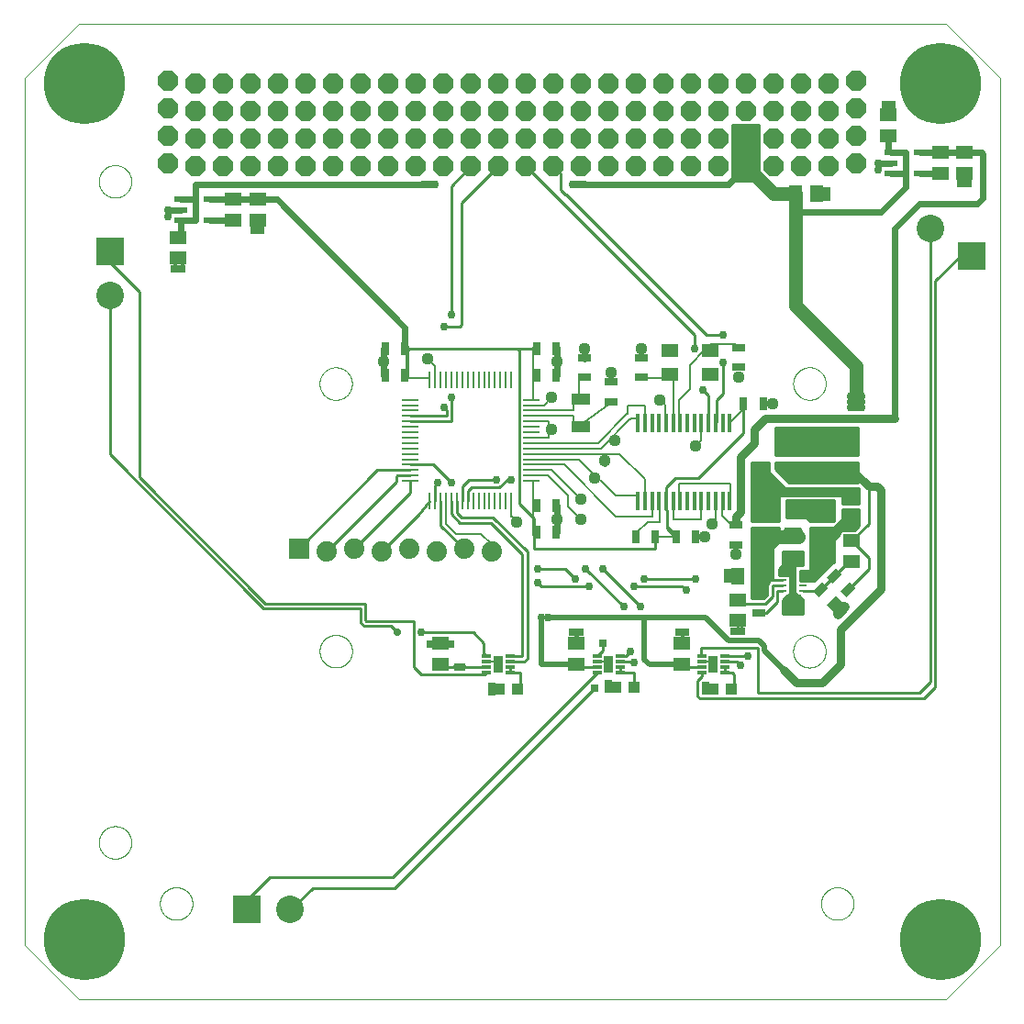
<source format=gtl>
G75*
%MOIN*%
%OFA0B0*%
%FSLAX25Y25*%
%IPPOS*%
%LPD*%
%AMOC8*
5,1,8,0,0,1.08239X$1,22.5*
%
%ADD10R,0.03937X0.04331*%
%ADD11R,0.03268X0.01181*%
%ADD12R,0.03543X0.06299*%
%ADD13OC8,0.07400*%
%ADD14C,0.00000*%
%ADD15C,0.29528*%
%ADD16R,0.10000X0.10000*%
%ADD17C,0.10000*%
%ADD18R,0.05906X0.05118*%
%ADD19R,0.00984X0.06102*%
%ADD20R,0.06102X0.00984*%
%ADD21R,0.01575X0.06890*%
%ADD22R,0.07087X0.03937*%
%ADD23R,0.03150X0.04724*%
%ADD24C,0.00800*%
%ADD25R,0.04724X0.03150*%
%ADD26C,0.04400*%
%ADD27C,0.02400*%
%ADD28R,0.06299X0.04921*%
%ADD29R,0.03937X0.00984*%
%ADD30R,0.00984X0.03937*%
%ADD31R,0.07400X0.07400*%
%ADD32C,0.07400*%
%ADD33R,0.05118X0.05906*%
%ADD34R,0.04724X0.02362*%
%ADD35R,0.02402X0.08661*%
%ADD36R,0.02756X0.00984*%
%ADD37R,0.01969X0.01969*%
%ADD38R,0.08661X0.03937*%
%ADD39R,0.07087X0.06299*%
%ADD40R,0.02781X0.02781*%
%ADD41R,0.02800X0.02800*%
%ADD42C,0.00600*%
%ADD43C,0.01000*%
%ADD44R,0.02978X0.02978*%
%ADD45C,0.02000*%
%ADD46C,0.02978*%
%ADD47C,0.01200*%
%ADD48C,0.03000*%
%ADD49C,0.03600*%
%ADD50C,0.02781*%
%ADD51C,0.05000*%
D10*
X0194061Y0132271D03*
X0200754Y0132271D03*
X0236332Y0133042D03*
X0243025Y0133042D03*
X0271679Y0132488D03*
X0278372Y0132488D03*
D11*
X0275913Y0138330D03*
X0275913Y0140299D03*
X0275913Y0142267D03*
X0275913Y0144236D03*
X0267527Y0144236D03*
X0267527Y0142267D03*
X0267527Y0140299D03*
X0267527Y0138330D03*
X0237913Y0138330D03*
X0237913Y0140299D03*
X0237913Y0142267D03*
X0237913Y0144236D03*
X0229527Y0144236D03*
X0229527Y0142267D03*
X0229527Y0140299D03*
X0229527Y0138330D03*
X0197813Y0138430D03*
X0197813Y0140399D03*
X0197813Y0142367D03*
X0197813Y0144336D03*
X0189427Y0144336D03*
X0189427Y0142367D03*
X0189427Y0140399D03*
X0189427Y0138430D03*
D12*
X0193620Y0141383D03*
X0233720Y0141283D03*
X0271720Y0141283D03*
D13*
X0273620Y0322195D03*
X0263620Y0322195D03*
X0263620Y0332195D03*
X0273620Y0332195D03*
X0273620Y0342195D03*
X0273620Y0352195D03*
X0263620Y0352195D03*
X0263620Y0342195D03*
X0253620Y0342195D03*
X0253620Y0352195D03*
X0243620Y0352195D03*
X0243620Y0342195D03*
X0233620Y0342195D03*
X0233620Y0352195D03*
X0223620Y0352195D03*
X0213620Y0352195D03*
X0213620Y0342195D03*
X0223620Y0342195D03*
X0223620Y0332195D03*
X0213620Y0332195D03*
X0203620Y0332195D03*
X0203620Y0342195D03*
X0203620Y0352195D03*
X0193620Y0352195D03*
X0183620Y0352195D03*
X0183620Y0342195D03*
X0193620Y0342195D03*
X0193620Y0332195D03*
X0183620Y0332195D03*
X0173620Y0332195D03*
X0173620Y0342195D03*
X0173620Y0352195D03*
X0163620Y0352195D03*
X0153620Y0352195D03*
X0153620Y0342195D03*
X0163620Y0342195D03*
X0163620Y0332195D03*
X0153620Y0332195D03*
X0143620Y0332195D03*
X0133620Y0332195D03*
X0133620Y0342195D03*
X0133620Y0352195D03*
X0143620Y0352195D03*
X0143620Y0342195D03*
X0123620Y0342195D03*
X0123620Y0352195D03*
X0113620Y0352195D03*
X0103620Y0352195D03*
X0103620Y0342195D03*
X0113620Y0342195D03*
X0113620Y0332195D03*
X0103620Y0332195D03*
X0093620Y0332195D03*
X0093620Y0342195D03*
X0093620Y0352195D03*
X0083620Y0352195D03*
X0083620Y0342195D03*
X0073620Y0343195D03*
X0073620Y0353195D03*
X0073620Y0333195D03*
X0073620Y0323195D03*
X0083620Y0322195D03*
X0083620Y0332195D03*
X0093620Y0322195D03*
X0103620Y0322195D03*
X0113620Y0322195D03*
X0123620Y0322195D03*
X0123620Y0332195D03*
X0133620Y0322195D03*
X0143620Y0322195D03*
X0153620Y0322195D03*
X0163620Y0322195D03*
X0173620Y0322195D03*
X0183620Y0322195D03*
X0193620Y0322195D03*
X0203620Y0322195D03*
X0213620Y0322195D03*
X0223620Y0322195D03*
X0233620Y0322195D03*
X0233620Y0332195D03*
X0243620Y0332195D03*
X0253620Y0332195D03*
X0253620Y0322195D03*
X0243620Y0322195D03*
X0283620Y0322195D03*
X0283620Y0332195D03*
X0283620Y0342195D03*
X0283620Y0352195D03*
X0293620Y0352195D03*
X0303620Y0352195D03*
X0303620Y0342195D03*
X0293620Y0342195D03*
X0293620Y0332195D03*
X0303620Y0332195D03*
X0313620Y0332195D03*
X0313620Y0342195D03*
X0313620Y0352195D03*
X0323620Y0353195D03*
X0323620Y0343195D03*
X0323620Y0333195D03*
X0323620Y0323195D03*
X0313620Y0322195D03*
X0303620Y0322195D03*
X0293620Y0322195D03*
D14*
X0021455Y0354163D02*
X0021455Y0039203D01*
X0041140Y0019518D01*
X0356100Y0019518D01*
X0375785Y0039203D01*
X0375785Y0354163D01*
X0356100Y0373848D01*
X0041140Y0373848D01*
X0021455Y0354163D01*
X0048494Y0316762D02*
X0048496Y0316915D01*
X0048502Y0317069D01*
X0048512Y0317222D01*
X0048526Y0317374D01*
X0048544Y0317527D01*
X0048566Y0317678D01*
X0048591Y0317829D01*
X0048621Y0317980D01*
X0048655Y0318130D01*
X0048692Y0318278D01*
X0048733Y0318426D01*
X0048778Y0318572D01*
X0048827Y0318718D01*
X0048880Y0318862D01*
X0048936Y0319004D01*
X0048996Y0319145D01*
X0049060Y0319285D01*
X0049127Y0319423D01*
X0049198Y0319559D01*
X0049273Y0319693D01*
X0049350Y0319825D01*
X0049432Y0319955D01*
X0049516Y0320083D01*
X0049604Y0320209D01*
X0049695Y0320332D01*
X0049789Y0320453D01*
X0049887Y0320571D01*
X0049987Y0320687D01*
X0050091Y0320800D01*
X0050197Y0320911D01*
X0050306Y0321019D01*
X0050418Y0321124D01*
X0050532Y0321225D01*
X0050650Y0321324D01*
X0050769Y0321420D01*
X0050891Y0321513D01*
X0051016Y0321602D01*
X0051143Y0321689D01*
X0051272Y0321771D01*
X0051403Y0321851D01*
X0051536Y0321927D01*
X0051671Y0322000D01*
X0051808Y0322069D01*
X0051947Y0322134D01*
X0052087Y0322196D01*
X0052229Y0322254D01*
X0052372Y0322309D01*
X0052517Y0322360D01*
X0052663Y0322407D01*
X0052810Y0322450D01*
X0052958Y0322489D01*
X0053107Y0322525D01*
X0053257Y0322556D01*
X0053408Y0322584D01*
X0053559Y0322608D01*
X0053712Y0322628D01*
X0053864Y0322644D01*
X0054017Y0322656D01*
X0054170Y0322664D01*
X0054323Y0322668D01*
X0054477Y0322668D01*
X0054630Y0322664D01*
X0054783Y0322656D01*
X0054936Y0322644D01*
X0055088Y0322628D01*
X0055241Y0322608D01*
X0055392Y0322584D01*
X0055543Y0322556D01*
X0055693Y0322525D01*
X0055842Y0322489D01*
X0055990Y0322450D01*
X0056137Y0322407D01*
X0056283Y0322360D01*
X0056428Y0322309D01*
X0056571Y0322254D01*
X0056713Y0322196D01*
X0056853Y0322134D01*
X0056992Y0322069D01*
X0057129Y0322000D01*
X0057264Y0321927D01*
X0057397Y0321851D01*
X0057528Y0321771D01*
X0057657Y0321689D01*
X0057784Y0321602D01*
X0057909Y0321513D01*
X0058031Y0321420D01*
X0058150Y0321324D01*
X0058268Y0321225D01*
X0058382Y0321124D01*
X0058494Y0321019D01*
X0058603Y0320911D01*
X0058709Y0320800D01*
X0058813Y0320687D01*
X0058913Y0320571D01*
X0059011Y0320453D01*
X0059105Y0320332D01*
X0059196Y0320209D01*
X0059284Y0320083D01*
X0059368Y0319955D01*
X0059450Y0319825D01*
X0059527Y0319693D01*
X0059602Y0319559D01*
X0059673Y0319423D01*
X0059740Y0319285D01*
X0059804Y0319145D01*
X0059864Y0319004D01*
X0059920Y0318862D01*
X0059973Y0318718D01*
X0060022Y0318572D01*
X0060067Y0318426D01*
X0060108Y0318278D01*
X0060145Y0318130D01*
X0060179Y0317980D01*
X0060209Y0317829D01*
X0060234Y0317678D01*
X0060256Y0317527D01*
X0060274Y0317374D01*
X0060288Y0317222D01*
X0060298Y0317069D01*
X0060304Y0316915D01*
X0060306Y0316762D01*
X0060304Y0316609D01*
X0060298Y0316455D01*
X0060288Y0316302D01*
X0060274Y0316150D01*
X0060256Y0315997D01*
X0060234Y0315846D01*
X0060209Y0315695D01*
X0060179Y0315544D01*
X0060145Y0315394D01*
X0060108Y0315246D01*
X0060067Y0315098D01*
X0060022Y0314952D01*
X0059973Y0314806D01*
X0059920Y0314662D01*
X0059864Y0314520D01*
X0059804Y0314379D01*
X0059740Y0314239D01*
X0059673Y0314101D01*
X0059602Y0313965D01*
X0059527Y0313831D01*
X0059450Y0313699D01*
X0059368Y0313569D01*
X0059284Y0313441D01*
X0059196Y0313315D01*
X0059105Y0313192D01*
X0059011Y0313071D01*
X0058913Y0312953D01*
X0058813Y0312837D01*
X0058709Y0312724D01*
X0058603Y0312613D01*
X0058494Y0312505D01*
X0058382Y0312400D01*
X0058268Y0312299D01*
X0058150Y0312200D01*
X0058031Y0312104D01*
X0057909Y0312011D01*
X0057784Y0311922D01*
X0057657Y0311835D01*
X0057528Y0311753D01*
X0057397Y0311673D01*
X0057264Y0311597D01*
X0057129Y0311524D01*
X0056992Y0311455D01*
X0056853Y0311390D01*
X0056713Y0311328D01*
X0056571Y0311270D01*
X0056428Y0311215D01*
X0056283Y0311164D01*
X0056137Y0311117D01*
X0055990Y0311074D01*
X0055842Y0311035D01*
X0055693Y0310999D01*
X0055543Y0310968D01*
X0055392Y0310940D01*
X0055241Y0310916D01*
X0055088Y0310896D01*
X0054936Y0310880D01*
X0054783Y0310868D01*
X0054630Y0310860D01*
X0054477Y0310856D01*
X0054323Y0310856D01*
X0054170Y0310860D01*
X0054017Y0310868D01*
X0053864Y0310880D01*
X0053712Y0310896D01*
X0053559Y0310916D01*
X0053408Y0310940D01*
X0053257Y0310968D01*
X0053107Y0310999D01*
X0052958Y0311035D01*
X0052810Y0311074D01*
X0052663Y0311117D01*
X0052517Y0311164D01*
X0052372Y0311215D01*
X0052229Y0311270D01*
X0052087Y0311328D01*
X0051947Y0311390D01*
X0051808Y0311455D01*
X0051671Y0311524D01*
X0051536Y0311597D01*
X0051403Y0311673D01*
X0051272Y0311753D01*
X0051143Y0311835D01*
X0051016Y0311922D01*
X0050891Y0312011D01*
X0050769Y0312104D01*
X0050650Y0312200D01*
X0050532Y0312299D01*
X0050418Y0312400D01*
X0050306Y0312505D01*
X0050197Y0312613D01*
X0050091Y0312724D01*
X0049987Y0312837D01*
X0049887Y0312953D01*
X0049789Y0313071D01*
X0049695Y0313192D01*
X0049604Y0313315D01*
X0049516Y0313441D01*
X0049432Y0313569D01*
X0049350Y0313699D01*
X0049273Y0313831D01*
X0049198Y0313965D01*
X0049127Y0314101D01*
X0049060Y0314239D01*
X0048996Y0314379D01*
X0048936Y0314520D01*
X0048880Y0314662D01*
X0048827Y0314806D01*
X0048778Y0314952D01*
X0048733Y0315098D01*
X0048692Y0315246D01*
X0048655Y0315394D01*
X0048621Y0315544D01*
X0048591Y0315695D01*
X0048566Y0315846D01*
X0048544Y0315997D01*
X0048526Y0316150D01*
X0048512Y0316302D01*
X0048502Y0316455D01*
X0048496Y0316609D01*
X0048494Y0316762D01*
X0128664Y0243293D02*
X0128666Y0243446D01*
X0128672Y0243600D01*
X0128682Y0243753D01*
X0128696Y0243905D01*
X0128714Y0244058D01*
X0128736Y0244209D01*
X0128761Y0244360D01*
X0128791Y0244511D01*
X0128825Y0244661D01*
X0128862Y0244809D01*
X0128903Y0244957D01*
X0128948Y0245103D01*
X0128997Y0245249D01*
X0129050Y0245393D01*
X0129106Y0245535D01*
X0129166Y0245676D01*
X0129230Y0245816D01*
X0129297Y0245954D01*
X0129368Y0246090D01*
X0129443Y0246224D01*
X0129520Y0246356D01*
X0129602Y0246486D01*
X0129686Y0246614D01*
X0129774Y0246740D01*
X0129865Y0246863D01*
X0129959Y0246984D01*
X0130057Y0247102D01*
X0130157Y0247218D01*
X0130261Y0247331D01*
X0130367Y0247442D01*
X0130476Y0247550D01*
X0130588Y0247655D01*
X0130702Y0247756D01*
X0130820Y0247855D01*
X0130939Y0247951D01*
X0131061Y0248044D01*
X0131186Y0248133D01*
X0131313Y0248220D01*
X0131442Y0248302D01*
X0131573Y0248382D01*
X0131706Y0248458D01*
X0131841Y0248531D01*
X0131978Y0248600D01*
X0132117Y0248665D01*
X0132257Y0248727D01*
X0132399Y0248785D01*
X0132542Y0248840D01*
X0132687Y0248891D01*
X0132833Y0248938D01*
X0132980Y0248981D01*
X0133128Y0249020D01*
X0133277Y0249056D01*
X0133427Y0249087D01*
X0133578Y0249115D01*
X0133729Y0249139D01*
X0133882Y0249159D01*
X0134034Y0249175D01*
X0134187Y0249187D01*
X0134340Y0249195D01*
X0134493Y0249199D01*
X0134647Y0249199D01*
X0134800Y0249195D01*
X0134953Y0249187D01*
X0135106Y0249175D01*
X0135258Y0249159D01*
X0135411Y0249139D01*
X0135562Y0249115D01*
X0135713Y0249087D01*
X0135863Y0249056D01*
X0136012Y0249020D01*
X0136160Y0248981D01*
X0136307Y0248938D01*
X0136453Y0248891D01*
X0136598Y0248840D01*
X0136741Y0248785D01*
X0136883Y0248727D01*
X0137023Y0248665D01*
X0137162Y0248600D01*
X0137299Y0248531D01*
X0137434Y0248458D01*
X0137567Y0248382D01*
X0137698Y0248302D01*
X0137827Y0248220D01*
X0137954Y0248133D01*
X0138079Y0248044D01*
X0138201Y0247951D01*
X0138320Y0247855D01*
X0138438Y0247756D01*
X0138552Y0247655D01*
X0138664Y0247550D01*
X0138773Y0247442D01*
X0138879Y0247331D01*
X0138983Y0247218D01*
X0139083Y0247102D01*
X0139181Y0246984D01*
X0139275Y0246863D01*
X0139366Y0246740D01*
X0139454Y0246614D01*
X0139538Y0246486D01*
X0139620Y0246356D01*
X0139697Y0246224D01*
X0139772Y0246090D01*
X0139843Y0245954D01*
X0139910Y0245816D01*
X0139974Y0245676D01*
X0140034Y0245535D01*
X0140090Y0245393D01*
X0140143Y0245249D01*
X0140192Y0245103D01*
X0140237Y0244957D01*
X0140278Y0244809D01*
X0140315Y0244661D01*
X0140349Y0244511D01*
X0140379Y0244360D01*
X0140404Y0244209D01*
X0140426Y0244058D01*
X0140444Y0243905D01*
X0140458Y0243753D01*
X0140468Y0243600D01*
X0140474Y0243446D01*
X0140476Y0243293D01*
X0140474Y0243140D01*
X0140468Y0242986D01*
X0140458Y0242833D01*
X0140444Y0242681D01*
X0140426Y0242528D01*
X0140404Y0242377D01*
X0140379Y0242226D01*
X0140349Y0242075D01*
X0140315Y0241925D01*
X0140278Y0241777D01*
X0140237Y0241629D01*
X0140192Y0241483D01*
X0140143Y0241337D01*
X0140090Y0241193D01*
X0140034Y0241051D01*
X0139974Y0240910D01*
X0139910Y0240770D01*
X0139843Y0240632D01*
X0139772Y0240496D01*
X0139697Y0240362D01*
X0139620Y0240230D01*
X0139538Y0240100D01*
X0139454Y0239972D01*
X0139366Y0239846D01*
X0139275Y0239723D01*
X0139181Y0239602D01*
X0139083Y0239484D01*
X0138983Y0239368D01*
X0138879Y0239255D01*
X0138773Y0239144D01*
X0138664Y0239036D01*
X0138552Y0238931D01*
X0138438Y0238830D01*
X0138320Y0238731D01*
X0138201Y0238635D01*
X0138079Y0238542D01*
X0137954Y0238453D01*
X0137827Y0238366D01*
X0137698Y0238284D01*
X0137567Y0238204D01*
X0137434Y0238128D01*
X0137299Y0238055D01*
X0137162Y0237986D01*
X0137023Y0237921D01*
X0136883Y0237859D01*
X0136741Y0237801D01*
X0136598Y0237746D01*
X0136453Y0237695D01*
X0136307Y0237648D01*
X0136160Y0237605D01*
X0136012Y0237566D01*
X0135863Y0237530D01*
X0135713Y0237499D01*
X0135562Y0237471D01*
X0135411Y0237447D01*
X0135258Y0237427D01*
X0135106Y0237411D01*
X0134953Y0237399D01*
X0134800Y0237391D01*
X0134647Y0237387D01*
X0134493Y0237387D01*
X0134340Y0237391D01*
X0134187Y0237399D01*
X0134034Y0237411D01*
X0133882Y0237427D01*
X0133729Y0237447D01*
X0133578Y0237471D01*
X0133427Y0237499D01*
X0133277Y0237530D01*
X0133128Y0237566D01*
X0132980Y0237605D01*
X0132833Y0237648D01*
X0132687Y0237695D01*
X0132542Y0237746D01*
X0132399Y0237801D01*
X0132257Y0237859D01*
X0132117Y0237921D01*
X0131978Y0237986D01*
X0131841Y0238055D01*
X0131706Y0238128D01*
X0131573Y0238204D01*
X0131442Y0238284D01*
X0131313Y0238366D01*
X0131186Y0238453D01*
X0131061Y0238542D01*
X0130939Y0238635D01*
X0130820Y0238731D01*
X0130702Y0238830D01*
X0130588Y0238931D01*
X0130476Y0239036D01*
X0130367Y0239144D01*
X0130261Y0239255D01*
X0130157Y0239368D01*
X0130057Y0239484D01*
X0129959Y0239602D01*
X0129865Y0239723D01*
X0129774Y0239846D01*
X0129686Y0239972D01*
X0129602Y0240100D01*
X0129520Y0240230D01*
X0129443Y0240362D01*
X0129368Y0240496D01*
X0129297Y0240632D01*
X0129230Y0240770D01*
X0129166Y0240910D01*
X0129106Y0241051D01*
X0129050Y0241193D01*
X0128997Y0241337D01*
X0128948Y0241483D01*
X0128903Y0241629D01*
X0128862Y0241777D01*
X0128825Y0241925D01*
X0128791Y0242075D01*
X0128761Y0242226D01*
X0128736Y0242377D01*
X0128714Y0242528D01*
X0128696Y0242681D01*
X0128682Y0242833D01*
X0128672Y0242986D01*
X0128666Y0243140D01*
X0128664Y0243293D01*
X0128694Y0146083D02*
X0128696Y0146236D01*
X0128702Y0146390D01*
X0128712Y0146543D01*
X0128726Y0146695D01*
X0128744Y0146848D01*
X0128766Y0146999D01*
X0128791Y0147150D01*
X0128821Y0147301D01*
X0128855Y0147451D01*
X0128892Y0147599D01*
X0128933Y0147747D01*
X0128978Y0147893D01*
X0129027Y0148039D01*
X0129080Y0148183D01*
X0129136Y0148325D01*
X0129196Y0148466D01*
X0129260Y0148606D01*
X0129327Y0148744D01*
X0129398Y0148880D01*
X0129473Y0149014D01*
X0129550Y0149146D01*
X0129632Y0149276D01*
X0129716Y0149404D01*
X0129804Y0149530D01*
X0129895Y0149653D01*
X0129989Y0149774D01*
X0130087Y0149892D01*
X0130187Y0150008D01*
X0130291Y0150121D01*
X0130397Y0150232D01*
X0130506Y0150340D01*
X0130618Y0150445D01*
X0130732Y0150546D01*
X0130850Y0150645D01*
X0130969Y0150741D01*
X0131091Y0150834D01*
X0131216Y0150923D01*
X0131343Y0151010D01*
X0131472Y0151092D01*
X0131603Y0151172D01*
X0131736Y0151248D01*
X0131871Y0151321D01*
X0132008Y0151390D01*
X0132147Y0151455D01*
X0132287Y0151517D01*
X0132429Y0151575D01*
X0132572Y0151630D01*
X0132717Y0151681D01*
X0132863Y0151728D01*
X0133010Y0151771D01*
X0133158Y0151810D01*
X0133307Y0151846D01*
X0133457Y0151877D01*
X0133608Y0151905D01*
X0133759Y0151929D01*
X0133912Y0151949D01*
X0134064Y0151965D01*
X0134217Y0151977D01*
X0134370Y0151985D01*
X0134523Y0151989D01*
X0134677Y0151989D01*
X0134830Y0151985D01*
X0134983Y0151977D01*
X0135136Y0151965D01*
X0135288Y0151949D01*
X0135441Y0151929D01*
X0135592Y0151905D01*
X0135743Y0151877D01*
X0135893Y0151846D01*
X0136042Y0151810D01*
X0136190Y0151771D01*
X0136337Y0151728D01*
X0136483Y0151681D01*
X0136628Y0151630D01*
X0136771Y0151575D01*
X0136913Y0151517D01*
X0137053Y0151455D01*
X0137192Y0151390D01*
X0137329Y0151321D01*
X0137464Y0151248D01*
X0137597Y0151172D01*
X0137728Y0151092D01*
X0137857Y0151010D01*
X0137984Y0150923D01*
X0138109Y0150834D01*
X0138231Y0150741D01*
X0138350Y0150645D01*
X0138468Y0150546D01*
X0138582Y0150445D01*
X0138694Y0150340D01*
X0138803Y0150232D01*
X0138909Y0150121D01*
X0139013Y0150008D01*
X0139113Y0149892D01*
X0139211Y0149774D01*
X0139305Y0149653D01*
X0139396Y0149530D01*
X0139484Y0149404D01*
X0139568Y0149276D01*
X0139650Y0149146D01*
X0139727Y0149014D01*
X0139802Y0148880D01*
X0139873Y0148744D01*
X0139940Y0148606D01*
X0140004Y0148466D01*
X0140064Y0148325D01*
X0140120Y0148183D01*
X0140173Y0148039D01*
X0140222Y0147893D01*
X0140267Y0147747D01*
X0140308Y0147599D01*
X0140345Y0147451D01*
X0140379Y0147301D01*
X0140409Y0147150D01*
X0140434Y0146999D01*
X0140456Y0146848D01*
X0140474Y0146695D01*
X0140488Y0146543D01*
X0140498Y0146390D01*
X0140504Y0146236D01*
X0140506Y0146083D01*
X0140504Y0145930D01*
X0140498Y0145776D01*
X0140488Y0145623D01*
X0140474Y0145471D01*
X0140456Y0145318D01*
X0140434Y0145167D01*
X0140409Y0145016D01*
X0140379Y0144865D01*
X0140345Y0144715D01*
X0140308Y0144567D01*
X0140267Y0144419D01*
X0140222Y0144273D01*
X0140173Y0144127D01*
X0140120Y0143983D01*
X0140064Y0143841D01*
X0140004Y0143700D01*
X0139940Y0143560D01*
X0139873Y0143422D01*
X0139802Y0143286D01*
X0139727Y0143152D01*
X0139650Y0143020D01*
X0139568Y0142890D01*
X0139484Y0142762D01*
X0139396Y0142636D01*
X0139305Y0142513D01*
X0139211Y0142392D01*
X0139113Y0142274D01*
X0139013Y0142158D01*
X0138909Y0142045D01*
X0138803Y0141934D01*
X0138694Y0141826D01*
X0138582Y0141721D01*
X0138468Y0141620D01*
X0138350Y0141521D01*
X0138231Y0141425D01*
X0138109Y0141332D01*
X0137984Y0141243D01*
X0137857Y0141156D01*
X0137728Y0141074D01*
X0137597Y0140994D01*
X0137464Y0140918D01*
X0137329Y0140845D01*
X0137192Y0140776D01*
X0137053Y0140711D01*
X0136913Y0140649D01*
X0136771Y0140591D01*
X0136628Y0140536D01*
X0136483Y0140485D01*
X0136337Y0140438D01*
X0136190Y0140395D01*
X0136042Y0140356D01*
X0135893Y0140320D01*
X0135743Y0140289D01*
X0135592Y0140261D01*
X0135441Y0140237D01*
X0135288Y0140217D01*
X0135136Y0140201D01*
X0134983Y0140189D01*
X0134830Y0140181D01*
X0134677Y0140177D01*
X0134523Y0140177D01*
X0134370Y0140181D01*
X0134217Y0140189D01*
X0134064Y0140201D01*
X0133912Y0140217D01*
X0133759Y0140237D01*
X0133608Y0140261D01*
X0133457Y0140289D01*
X0133307Y0140320D01*
X0133158Y0140356D01*
X0133010Y0140395D01*
X0132863Y0140438D01*
X0132717Y0140485D01*
X0132572Y0140536D01*
X0132429Y0140591D01*
X0132287Y0140649D01*
X0132147Y0140711D01*
X0132008Y0140776D01*
X0131871Y0140845D01*
X0131736Y0140918D01*
X0131603Y0140994D01*
X0131472Y0141074D01*
X0131343Y0141156D01*
X0131216Y0141243D01*
X0131091Y0141332D01*
X0130969Y0141425D01*
X0130850Y0141521D01*
X0130732Y0141620D01*
X0130618Y0141721D01*
X0130506Y0141826D01*
X0130397Y0141934D01*
X0130291Y0142045D01*
X0130187Y0142158D01*
X0130087Y0142274D01*
X0129989Y0142392D01*
X0129895Y0142513D01*
X0129804Y0142636D01*
X0129716Y0142762D01*
X0129632Y0142890D01*
X0129550Y0143020D01*
X0129473Y0143152D01*
X0129398Y0143286D01*
X0129327Y0143422D01*
X0129260Y0143560D01*
X0129196Y0143700D01*
X0129136Y0143841D01*
X0129080Y0143983D01*
X0129027Y0144127D01*
X0128978Y0144273D01*
X0128933Y0144419D01*
X0128892Y0144567D01*
X0128855Y0144715D01*
X0128821Y0144865D01*
X0128791Y0145016D01*
X0128766Y0145167D01*
X0128744Y0145318D01*
X0128726Y0145471D01*
X0128712Y0145623D01*
X0128702Y0145776D01*
X0128696Y0145930D01*
X0128694Y0146083D01*
X0048494Y0076604D02*
X0048496Y0076757D01*
X0048502Y0076911D01*
X0048512Y0077064D01*
X0048526Y0077216D01*
X0048544Y0077369D01*
X0048566Y0077520D01*
X0048591Y0077671D01*
X0048621Y0077822D01*
X0048655Y0077972D01*
X0048692Y0078120D01*
X0048733Y0078268D01*
X0048778Y0078414D01*
X0048827Y0078560D01*
X0048880Y0078704D01*
X0048936Y0078846D01*
X0048996Y0078987D01*
X0049060Y0079127D01*
X0049127Y0079265D01*
X0049198Y0079401D01*
X0049273Y0079535D01*
X0049350Y0079667D01*
X0049432Y0079797D01*
X0049516Y0079925D01*
X0049604Y0080051D01*
X0049695Y0080174D01*
X0049789Y0080295D01*
X0049887Y0080413D01*
X0049987Y0080529D01*
X0050091Y0080642D01*
X0050197Y0080753D01*
X0050306Y0080861D01*
X0050418Y0080966D01*
X0050532Y0081067D01*
X0050650Y0081166D01*
X0050769Y0081262D01*
X0050891Y0081355D01*
X0051016Y0081444D01*
X0051143Y0081531D01*
X0051272Y0081613D01*
X0051403Y0081693D01*
X0051536Y0081769D01*
X0051671Y0081842D01*
X0051808Y0081911D01*
X0051947Y0081976D01*
X0052087Y0082038D01*
X0052229Y0082096D01*
X0052372Y0082151D01*
X0052517Y0082202D01*
X0052663Y0082249D01*
X0052810Y0082292D01*
X0052958Y0082331D01*
X0053107Y0082367D01*
X0053257Y0082398D01*
X0053408Y0082426D01*
X0053559Y0082450D01*
X0053712Y0082470D01*
X0053864Y0082486D01*
X0054017Y0082498D01*
X0054170Y0082506D01*
X0054323Y0082510D01*
X0054477Y0082510D01*
X0054630Y0082506D01*
X0054783Y0082498D01*
X0054936Y0082486D01*
X0055088Y0082470D01*
X0055241Y0082450D01*
X0055392Y0082426D01*
X0055543Y0082398D01*
X0055693Y0082367D01*
X0055842Y0082331D01*
X0055990Y0082292D01*
X0056137Y0082249D01*
X0056283Y0082202D01*
X0056428Y0082151D01*
X0056571Y0082096D01*
X0056713Y0082038D01*
X0056853Y0081976D01*
X0056992Y0081911D01*
X0057129Y0081842D01*
X0057264Y0081769D01*
X0057397Y0081693D01*
X0057528Y0081613D01*
X0057657Y0081531D01*
X0057784Y0081444D01*
X0057909Y0081355D01*
X0058031Y0081262D01*
X0058150Y0081166D01*
X0058268Y0081067D01*
X0058382Y0080966D01*
X0058494Y0080861D01*
X0058603Y0080753D01*
X0058709Y0080642D01*
X0058813Y0080529D01*
X0058913Y0080413D01*
X0059011Y0080295D01*
X0059105Y0080174D01*
X0059196Y0080051D01*
X0059284Y0079925D01*
X0059368Y0079797D01*
X0059450Y0079667D01*
X0059527Y0079535D01*
X0059602Y0079401D01*
X0059673Y0079265D01*
X0059740Y0079127D01*
X0059804Y0078987D01*
X0059864Y0078846D01*
X0059920Y0078704D01*
X0059973Y0078560D01*
X0060022Y0078414D01*
X0060067Y0078268D01*
X0060108Y0078120D01*
X0060145Y0077972D01*
X0060179Y0077822D01*
X0060209Y0077671D01*
X0060234Y0077520D01*
X0060256Y0077369D01*
X0060274Y0077216D01*
X0060288Y0077064D01*
X0060298Y0076911D01*
X0060304Y0076757D01*
X0060306Y0076604D01*
X0060304Y0076451D01*
X0060298Y0076297D01*
X0060288Y0076144D01*
X0060274Y0075992D01*
X0060256Y0075839D01*
X0060234Y0075688D01*
X0060209Y0075537D01*
X0060179Y0075386D01*
X0060145Y0075236D01*
X0060108Y0075088D01*
X0060067Y0074940D01*
X0060022Y0074794D01*
X0059973Y0074648D01*
X0059920Y0074504D01*
X0059864Y0074362D01*
X0059804Y0074221D01*
X0059740Y0074081D01*
X0059673Y0073943D01*
X0059602Y0073807D01*
X0059527Y0073673D01*
X0059450Y0073541D01*
X0059368Y0073411D01*
X0059284Y0073283D01*
X0059196Y0073157D01*
X0059105Y0073034D01*
X0059011Y0072913D01*
X0058913Y0072795D01*
X0058813Y0072679D01*
X0058709Y0072566D01*
X0058603Y0072455D01*
X0058494Y0072347D01*
X0058382Y0072242D01*
X0058268Y0072141D01*
X0058150Y0072042D01*
X0058031Y0071946D01*
X0057909Y0071853D01*
X0057784Y0071764D01*
X0057657Y0071677D01*
X0057528Y0071595D01*
X0057397Y0071515D01*
X0057264Y0071439D01*
X0057129Y0071366D01*
X0056992Y0071297D01*
X0056853Y0071232D01*
X0056713Y0071170D01*
X0056571Y0071112D01*
X0056428Y0071057D01*
X0056283Y0071006D01*
X0056137Y0070959D01*
X0055990Y0070916D01*
X0055842Y0070877D01*
X0055693Y0070841D01*
X0055543Y0070810D01*
X0055392Y0070782D01*
X0055241Y0070758D01*
X0055088Y0070738D01*
X0054936Y0070722D01*
X0054783Y0070710D01*
X0054630Y0070702D01*
X0054477Y0070698D01*
X0054323Y0070698D01*
X0054170Y0070702D01*
X0054017Y0070710D01*
X0053864Y0070722D01*
X0053712Y0070738D01*
X0053559Y0070758D01*
X0053408Y0070782D01*
X0053257Y0070810D01*
X0053107Y0070841D01*
X0052958Y0070877D01*
X0052810Y0070916D01*
X0052663Y0070959D01*
X0052517Y0071006D01*
X0052372Y0071057D01*
X0052229Y0071112D01*
X0052087Y0071170D01*
X0051947Y0071232D01*
X0051808Y0071297D01*
X0051671Y0071366D01*
X0051536Y0071439D01*
X0051403Y0071515D01*
X0051272Y0071595D01*
X0051143Y0071677D01*
X0051016Y0071764D01*
X0050891Y0071853D01*
X0050769Y0071946D01*
X0050650Y0072042D01*
X0050532Y0072141D01*
X0050418Y0072242D01*
X0050306Y0072347D01*
X0050197Y0072455D01*
X0050091Y0072566D01*
X0049987Y0072679D01*
X0049887Y0072795D01*
X0049789Y0072913D01*
X0049695Y0073034D01*
X0049604Y0073157D01*
X0049516Y0073283D01*
X0049432Y0073411D01*
X0049350Y0073541D01*
X0049273Y0073673D01*
X0049198Y0073807D01*
X0049127Y0073943D01*
X0049060Y0074081D01*
X0048996Y0074221D01*
X0048936Y0074362D01*
X0048880Y0074504D01*
X0048827Y0074648D01*
X0048778Y0074794D01*
X0048733Y0074940D01*
X0048692Y0075088D01*
X0048655Y0075236D01*
X0048621Y0075386D01*
X0048591Y0075537D01*
X0048566Y0075688D01*
X0048544Y0075839D01*
X0048526Y0075992D01*
X0048512Y0076144D01*
X0048502Y0076297D01*
X0048496Y0076451D01*
X0048494Y0076604D01*
X0070698Y0054400D02*
X0070700Y0054553D01*
X0070706Y0054707D01*
X0070716Y0054860D01*
X0070730Y0055012D01*
X0070748Y0055165D01*
X0070770Y0055316D01*
X0070795Y0055467D01*
X0070825Y0055618D01*
X0070859Y0055768D01*
X0070896Y0055916D01*
X0070937Y0056064D01*
X0070982Y0056210D01*
X0071031Y0056356D01*
X0071084Y0056500D01*
X0071140Y0056642D01*
X0071200Y0056783D01*
X0071264Y0056923D01*
X0071331Y0057061D01*
X0071402Y0057197D01*
X0071477Y0057331D01*
X0071554Y0057463D01*
X0071636Y0057593D01*
X0071720Y0057721D01*
X0071808Y0057847D01*
X0071899Y0057970D01*
X0071993Y0058091D01*
X0072091Y0058209D01*
X0072191Y0058325D01*
X0072295Y0058438D01*
X0072401Y0058549D01*
X0072510Y0058657D01*
X0072622Y0058762D01*
X0072736Y0058863D01*
X0072854Y0058962D01*
X0072973Y0059058D01*
X0073095Y0059151D01*
X0073220Y0059240D01*
X0073347Y0059327D01*
X0073476Y0059409D01*
X0073607Y0059489D01*
X0073740Y0059565D01*
X0073875Y0059638D01*
X0074012Y0059707D01*
X0074151Y0059772D01*
X0074291Y0059834D01*
X0074433Y0059892D01*
X0074576Y0059947D01*
X0074721Y0059998D01*
X0074867Y0060045D01*
X0075014Y0060088D01*
X0075162Y0060127D01*
X0075311Y0060163D01*
X0075461Y0060194D01*
X0075612Y0060222D01*
X0075763Y0060246D01*
X0075916Y0060266D01*
X0076068Y0060282D01*
X0076221Y0060294D01*
X0076374Y0060302D01*
X0076527Y0060306D01*
X0076681Y0060306D01*
X0076834Y0060302D01*
X0076987Y0060294D01*
X0077140Y0060282D01*
X0077292Y0060266D01*
X0077445Y0060246D01*
X0077596Y0060222D01*
X0077747Y0060194D01*
X0077897Y0060163D01*
X0078046Y0060127D01*
X0078194Y0060088D01*
X0078341Y0060045D01*
X0078487Y0059998D01*
X0078632Y0059947D01*
X0078775Y0059892D01*
X0078917Y0059834D01*
X0079057Y0059772D01*
X0079196Y0059707D01*
X0079333Y0059638D01*
X0079468Y0059565D01*
X0079601Y0059489D01*
X0079732Y0059409D01*
X0079861Y0059327D01*
X0079988Y0059240D01*
X0080113Y0059151D01*
X0080235Y0059058D01*
X0080354Y0058962D01*
X0080472Y0058863D01*
X0080586Y0058762D01*
X0080698Y0058657D01*
X0080807Y0058549D01*
X0080913Y0058438D01*
X0081017Y0058325D01*
X0081117Y0058209D01*
X0081215Y0058091D01*
X0081309Y0057970D01*
X0081400Y0057847D01*
X0081488Y0057721D01*
X0081572Y0057593D01*
X0081654Y0057463D01*
X0081731Y0057331D01*
X0081806Y0057197D01*
X0081877Y0057061D01*
X0081944Y0056923D01*
X0082008Y0056783D01*
X0082068Y0056642D01*
X0082124Y0056500D01*
X0082177Y0056356D01*
X0082226Y0056210D01*
X0082271Y0056064D01*
X0082312Y0055916D01*
X0082349Y0055768D01*
X0082383Y0055618D01*
X0082413Y0055467D01*
X0082438Y0055316D01*
X0082460Y0055165D01*
X0082478Y0055012D01*
X0082492Y0054860D01*
X0082502Y0054707D01*
X0082508Y0054553D01*
X0082510Y0054400D01*
X0082508Y0054247D01*
X0082502Y0054093D01*
X0082492Y0053940D01*
X0082478Y0053788D01*
X0082460Y0053635D01*
X0082438Y0053484D01*
X0082413Y0053333D01*
X0082383Y0053182D01*
X0082349Y0053032D01*
X0082312Y0052884D01*
X0082271Y0052736D01*
X0082226Y0052590D01*
X0082177Y0052444D01*
X0082124Y0052300D01*
X0082068Y0052158D01*
X0082008Y0052017D01*
X0081944Y0051877D01*
X0081877Y0051739D01*
X0081806Y0051603D01*
X0081731Y0051469D01*
X0081654Y0051337D01*
X0081572Y0051207D01*
X0081488Y0051079D01*
X0081400Y0050953D01*
X0081309Y0050830D01*
X0081215Y0050709D01*
X0081117Y0050591D01*
X0081017Y0050475D01*
X0080913Y0050362D01*
X0080807Y0050251D01*
X0080698Y0050143D01*
X0080586Y0050038D01*
X0080472Y0049937D01*
X0080354Y0049838D01*
X0080235Y0049742D01*
X0080113Y0049649D01*
X0079988Y0049560D01*
X0079861Y0049473D01*
X0079732Y0049391D01*
X0079601Y0049311D01*
X0079468Y0049235D01*
X0079333Y0049162D01*
X0079196Y0049093D01*
X0079057Y0049028D01*
X0078917Y0048966D01*
X0078775Y0048908D01*
X0078632Y0048853D01*
X0078487Y0048802D01*
X0078341Y0048755D01*
X0078194Y0048712D01*
X0078046Y0048673D01*
X0077897Y0048637D01*
X0077747Y0048606D01*
X0077596Y0048578D01*
X0077445Y0048554D01*
X0077292Y0048534D01*
X0077140Y0048518D01*
X0076987Y0048506D01*
X0076834Y0048498D01*
X0076681Y0048494D01*
X0076527Y0048494D01*
X0076374Y0048498D01*
X0076221Y0048506D01*
X0076068Y0048518D01*
X0075916Y0048534D01*
X0075763Y0048554D01*
X0075612Y0048578D01*
X0075461Y0048606D01*
X0075311Y0048637D01*
X0075162Y0048673D01*
X0075014Y0048712D01*
X0074867Y0048755D01*
X0074721Y0048802D01*
X0074576Y0048853D01*
X0074433Y0048908D01*
X0074291Y0048966D01*
X0074151Y0049028D01*
X0074012Y0049093D01*
X0073875Y0049162D01*
X0073740Y0049235D01*
X0073607Y0049311D01*
X0073476Y0049391D01*
X0073347Y0049473D01*
X0073220Y0049560D01*
X0073095Y0049649D01*
X0072973Y0049742D01*
X0072854Y0049838D01*
X0072736Y0049937D01*
X0072622Y0050038D01*
X0072510Y0050143D01*
X0072401Y0050251D01*
X0072295Y0050362D01*
X0072191Y0050475D01*
X0072091Y0050591D01*
X0071993Y0050709D01*
X0071899Y0050830D01*
X0071808Y0050953D01*
X0071720Y0051079D01*
X0071636Y0051207D01*
X0071554Y0051337D01*
X0071477Y0051469D01*
X0071402Y0051603D01*
X0071331Y0051739D01*
X0071264Y0051877D01*
X0071200Y0052017D01*
X0071140Y0052158D01*
X0071084Y0052300D01*
X0071031Y0052444D01*
X0070982Y0052590D01*
X0070937Y0052736D01*
X0070896Y0052884D01*
X0070859Y0053032D01*
X0070825Y0053182D01*
X0070795Y0053333D01*
X0070770Y0053484D01*
X0070748Y0053635D01*
X0070730Y0053788D01*
X0070716Y0053940D01*
X0070706Y0054093D01*
X0070700Y0054247D01*
X0070698Y0054400D01*
X0300734Y0146053D02*
X0300736Y0146206D01*
X0300742Y0146360D01*
X0300752Y0146513D01*
X0300766Y0146665D01*
X0300784Y0146818D01*
X0300806Y0146969D01*
X0300831Y0147120D01*
X0300861Y0147271D01*
X0300895Y0147421D01*
X0300932Y0147569D01*
X0300973Y0147717D01*
X0301018Y0147863D01*
X0301067Y0148009D01*
X0301120Y0148153D01*
X0301176Y0148295D01*
X0301236Y0148436D01*
X0301300Y0148576D01*
X0301367Y0148714D01*
X0301438Y0148850D01*
X0301513Y0148984D01*
X0301590Y0149116D01*
X0301672Y0149246D01*
X0301756Y0149374D01*
X0301844Y0149500D01*
X0301935Y0149623D01*
X0302029Y0149744D01*
X0302127Y0149862D01*
X0302227Y0149978D01*
X0302331Y0150091D01*
X0302437Y0150202D01*
X0302546Y0150310D01*
X0302658Y0150415D01*
X0302772Y0150516D01*
X0302890Y0150615D01*
X0303009Y0150711D01*
X0303131Y0150804D01*
X0303256Y0150893D01*
X0303383Y0150980D01*
X0303512Y0151062D01*
X0303643Y0151142D01*
X0303776Y0151218D01*
X0303911Y0151291D01*
X0304048Y0151360D01*
X0304187Y0151425D01*
X0304327Y0151487D01*
X0304469Y0151545D01*
X0304612Y0151600D01*
X0304757Y0151651D01*
X0304903Y0151698D01*
X0305050Y0151741D01*
X0305198Y0151780D01*
X0305347Y0151816D01*
X0305497Y0151847D01*
X0305648Y0151875D01*
X0305799Y0151899D01*
X0305952Y0151919D01*
X0306104Y0151935D01*
X0306257Y0151947D01*
X0306410Y0151955D01*
X0306563Y0151959D01*
X0306717Y0151959D01*
X0306870Y0151955D01*
X0307023Y0151947D01*
X0307176Y0151935D01*
X0307328Y0151919D01*
X0307481Y0151899D01*
X0307632Y0151875D01*
X0307783Y0151847D01*
X0307933Y0151816D01*
X0308082Y0151780D01*
X0308230Y0151741D01*
X0308377Y0151698D01*
X0308523Y0151651D01*
X0308668Y0151600D01*
X0308811Y0151545D01*
X0308953Y0151487D01*
X0309093Y0151425D01*
X0309232Y0151360D01*
X0309369Y0151291D01*
X0309504Y0151218D01*
X0309637Y0151142D01*
X0309768Y0151062D01*
X0309897Y0150980D01*
X0310024Y0150893D01*
X0310149Y0150804D01*
X0310271Y0150711D01*
X0310390Y0150615D01*
X0310508Y0150516D01*
X0310622Y0150415D01*
X0310734Y0150310D01*
X0310843Y0150202D01*
X0310949Y0150091D01*
X0311053Y0149978D01*
X0311153Y0149862D01*
X0311251Y0149744D01*
X0311345Y0149623D01*
X0311436Y0149500D01*
X0311524Y0149374D01*
X0311608Y0149246D01*
X0311690Y0149116D01*
X0311767Y0148984D01*
X0311842Y0148850D01*
X0311913Y0148714D01*
X0311980Y0148576D01*
X0312044Y0148436D01*
X0312104Y0148295D01*
X0312160Y0148153D01*
X0312213Y0148009D01*
X0312262Y0147863D01*
X0312307Y0147717D01*
X0312348Y0147569D01*
X0312385Y0147421D01*
X0312419Y0147271D01*
X0312449Y0147120D01*
X0312474Y0146969D01*
X0312496Y0146818D01*
X0312514Y0146665D01*
X0312528Y0146513D01*
X0312538Y0146360D01*
X0312544Y0146206D01*
X0312546Y0146053D01*
X0312544Y0145900D01*
X0312538Y0145746D01*
X0312528Y0145593D01*
X0312514Y0145441D01*
X0312496Y0145288D01*
X0312474Y0145137D01*
X0312449Y0144986D01*
X0312419Y0144835D01*
X0312385Y0144685D01*
X0312348Y0144537D01*
X0312307Y0144389D01*
X0312262Y0144243D01*
X0312213Y0144097D01*
X0312160Y0143953D01*
X0312104Y0143811D01*
X0312044Y0143670D01*
X0311980Y0143530D01*
X0311913Y0143392D01*
X0311842Y0143256D01*
X0311767Y0143122D01*
X0311690Y0142990D01*
X0311608Y0142860D01*
X0311524Y0142732D01*
X0311436Y0142606D01*
X0311345Y0142483D01*
X0311251Y0142362D01*
X0311153Y0142244D01*
X0311053Y0142128D01*
X0310949Y0142015D01*
X0310843Y0141904D01*
X0310734Y0141796D01*
X0310622Y0141691D01*
X0310508Y0141590D01*
X0310390Y0141491D01*
X0310271Y0141395D01*
X0310149Y0141302D01*
X0310024Y0141213D01*
X0309897Y0141126D01*
X0309768Y0141044D01*
X0309637Y0140964D01*
X0309504Y0140888D01*
X0309369Y0140815D01*
X0309232Y0140746D01*
X0309093Y0140681D01*
X0308953Y0140619D01*
X0308811Y0140561D01*
X0308668Y0140506D01*
X0308523Y0140455D01*
X0308377Y0140408D01*
X0308230Y0140365D01*
X0308082Y0140326D01*
X0307933Y0140290D01*
X0307783Y0140259D01*
X0307632Y0140231D01*
X0307481Y0140207D01*
X0307328Y0140187D01*
X0307176Y0140171D01*
X0307023Y0140159D01*
X0306870Y0140151D01*
X0306717Y0140147D01*
X0306563Y0140147D01*
X0306410Y0140151D01*
X0306257Y0140159D01*
X0306104Y0140171D01*
X0305952Y0140187D01*
X0305799Y0140207D01*
X0305648Y0140231D01*
X0305497Y0140259D01*
X0305347Y0140290D01*
X0305198Y0140326D01*
X0305050Y0140365D01*
X0304903Y0140408D01*
X0304757Y0140455D01*
X0304612Y0140506D01*
X0304469Y0140561D01*
X0304327Y0140619D01*
X0304187Y0140681D01*
X0304048Y0140746D01*
X0303911Y0140815D01*
X0303776Y0140888D01*
X0303643Y0140964D01*
X0303512Y0141044D01*
X0303383Y0141126D01*
X0303256Y0141213D01*
X0303131Y0141302D01*
X0303009Y0141395D01*
X0302890Y0141491D01*
X0302772Y0141590D01*
X0302658Y0141691D01*
X0302546Y0141796D01*
X0302437Y0141904D01*
X0302331Y0142015D01*
X0302227Y0142128D01*
X0302127Y0142244D01*
X0302029Y0142362D01*
X0301935Y0142483D01*
X0301844Y0142606D01*
X0301756Y0142732D01*
X0301672Y0142860D01*
X0301590Y0142990D01*
X0301513Y0143122D01*
X0301438Y0143256D01*
X0301367Y0143392D01*
X0301300Y0143530D01*
X0301236Y0143670D01*
X0301176Y0143811D01*
X0301120Y0143953D01*
X0301067Y0144097D01*
X0301018Y0144243D01*
X0300973Y0144389D01*
X0300932Y0144537D01*
X0300895Y0144685D01*
X0300861Y0144835D01*
X0300831Y0144986D01*
X0300806Y0145137D01*
X0300784Y0145288D01*
X0300766Y0145441D01*
X0300752Y0145593D01*
X0300742Y0145746D01*
X0300736Y0145900D01*
X0300734Y0146053D01*
X0310856Y0054400D02*
X0310858Y0054553D01*
X0310864Y0054707D01*
X0310874Y0054860D01*
X0310888Y0055012D01*
X0310906Y0055165D01*
X0310928Y0055316D01*
X0310953Y0055467D01*
X0310983Y0055618D01*
X0311017Y0055768D01*
X0311054Y0055916D01*
X0311095Y0056064D01*
X0311140Y0056210D01*
X0311189Y0056356D01*
X0311242Y0056500D01*
X0311298Y0056642D01*
X0311358Y0056783D01*
X0311422Y0056923D01*
X0311489Y0057061D01*
X0311560Y0057197D01*
X0311635Y0057331D01*
X0311712Y0057463D01*
X0311794Y0057593D01*
X0311878Y0057721D01*
X0311966Y0057847D01*
X0312057Y0057970D01*
X0312151Y0058091D01*
X0312249Y0058209D01*
X0312349Y0058325D01*
X0312453Y0058438D01*
X0312559Y0058549D01*
X0312668Y0058657D01*
X0312780Y0058762D01*
X0312894Y0058863D01*
X0313012Y0058962D01*
X0313131Y0059058D01*
X0313253Y0059151D01*
X0313378Y0059240D01*
X0313505Y0059327D01*
X0313634Y0059409D01*
X0313765Y0059489D01*
X0313898Y0059565D01*
X0314033Y0059638D01*
X0314170Y0059707D01*
X0314309Y0059772D01*
X0314449Y0059834D01*
X0314591Y0059892D01*
X0314734Y0059947D01*
X0314879Y0059998D01*
X0315025Y0060045D01*
X0315172Y0060088D01*
X0315320Y0060127D01*
X0315469Y0060163D01*
X0315619Y0060194D01*
X0315770Y0060222D01*
X0315921Y0060246D01*
X0316074Y0060266D01*
X0316226Y0060282D01*
X0316379Y0060294D01*
X0316532Y0060302D01*
X0316685Y0060306D01*
X0316839Y0060306D01*
X0316992Y0060302D01*
X0317145Y0060294D01*
X0317298Y0060282D01*
X0317450Y0060266D01*
X0317603Y0060246D01*
X0317754Y0060222D01*
X0317905Y0060194D01*
X0318055Y0060163D01*
X0318204Y0060127D01*
X0318352Y0060088D01*
X0318499Y0060045D01*
X0318645Y0059998D01*
X0318790Y0059947D01*
X0318933Y0059892D01*
X0319075Y0059834D01*
X0319215Y0059772D01*
X0319354Y0059707D01*
X0319491Y0059638D01*
X0319626Y0059565D01*
X0319759Y0059489D01*
X0319890Y0059409D01*
X0320019Y0059327D01*
X0320146Y0059240D01*
X0320271Y0059151D01*
X0320393Y0059058D01*
X0320512Y0058962D01*
X0320630Y0058863D01*
X0320744Y0058762D01*
X0320856Y0058657D01*
X0320965Y0058549D01*
X0321071Y0058438D01*
X0321175Y0058325D01*
X0321275Y0058209D01*
X0321373Y0058091D01*
X0321467Y0057970D01*
X0321558Y0057847D01*
X0321646Y0057721D01*
X0321730Y0057593D01*
X0321812Y0057463D01*
X0321889Y0057331D01*
X0321964Y0057197D01*
X0322035Y0057061D01*
X0322102Y0056923D01*
X0322166Y0056783D01*
X0322226Y0056642D01*
X0322282Y0056500D01*
X0322335Y0056356D01*
X0322384Y0056210D01*
X0322429Y0056064D01*
X0322470Y0055916D01*
X0322507Y0055768D01*
X0322541Y0055618D01*
X0322571Y0055467D01*
X0322596Y0055316D01*
X0322618Y0055165D01*
X0322636Y0055012D01*
X0322650Y0054860D01*
X0322660Y0054707D01*
X0322666Y0054553D01*
X0322668Y0054400D01*
X0322666Y0054247D01*
X0322660Y0054093D01*
X0322650Y0053940D01*
X0322636Y0053788D01*
X0322618Y0053635D01*
X0322596Y0053484D01*
X0322571Y0053333D01*
X0322541Y0053182D01*
X0322507Y0053032D01*
X0322470Y0052884D01*
X0322429Y0052736D01*
X0322384Y0052590D01*
X0322335Y0052444D01*
X0322282Y0052300D01*
X0322226Y0052158D01*
X0322166Y0052017D01*
X0322102Y0051877D01*
X0322035Y0051739D01*
X0321964Y0051603D01*
X0321889Y0051469D01*
X0321812Y0051337D01*
X0321730Y0051207D01*
X0321646Y0051079D01*
X0321558Y0050953D01*
X0321467Y0050830D01*
X0321373Y0050709D01*
X0321275Y0050591D01*
X0321175Y0050475D01*
X0321071Y0050362D01*
X0320965Y0050251D01*
X0320856Y0050143D01*
X0320744Y0050038D01*
X0320630Y0049937D01*
X0320512Y0049838D01*
X0320393Y0049742D01*
X0320271Y0049649D01*
X0320146Y0049560D01*
X0320019Y0049473D01*
X0319890Y0049391D01*
X0319759Y0049311D01*
X0319626Y0049235D01*
X0319491Y0049162D01*
X0319354Y0049093D01*
X0319215Y0049028D01*
X0319075Y0048966D01*
X0318933Y0048908D01*
X0318790Y0048853D01*
X0318645Y0048802D01*
X0318499Y0048755D01*
X0318352Y0048712D01*
X0318204Y0048673D01*
X0318055Y0048637D01*
X0317905Y0048606D01*
X0317754Y0048578D01*
X0317603Y0048554D01*
X0317450Y0048534D01*
X0317298Y0048518D01*
X0317145Y0048506D01*
X0316992Y0048498D01*
X0316839Y0048494D01*
X0316685Y0048494D01*
X0316532Y0048498D01*
X0316379Y0048506D01*
X0316226Y0048518D01*
X0316074Y0048534D01*
X0315921Y0048554D01*
X0315770Y0048578D01*
X0315619Y0048606D01*
X0315469Y0048637D01*
X0315320Y0048673D01*
X0315172Y0048712D01*
X0315025Y0048755D01*
X0314879Y0048802D01*
X0314734Y0048853D01*
X0314591Y0048908D01*
X0314449Y0048966D01*
X0314309Y0049028D01*
X0314170Y0049093D01*
X0314033Y0049162D01*
X0313898Y0049235D01*
X0313765Y0049311D01*
X0313634Y0049391D01*
X0313505Y0049473D01*
X0313378Y0049560D01*
X0313253Y0049649D01*
X0313131Y0049742D01*
X0313012Y0049838D01*
X0312894Y0049937D01*
X0312780Y0050038D01*
X0312668Y0050143D01*
X0312559Y0050251D01*
X0312453Y0050362D01*
X0312349Y0050475D01*
X0312249Y0050591D01*
X0312151Y0050709D01*
X0312057Y0050830D01*
X0311966Y0050953D01*
X0311878Y0051079D01*
X0311794Y0051207D01*
X0311712Y0051337D01*
X0311635Y0051469D01*
X0311560Y0051603D01*
X0311489Y0051739D01*
X0311422Y0051877D01*
X0311358Y0052017D01*
X0311298Y0052158D01*
X0311242Y0052300D01*
X0311189Y0052444D01*
X0311140Y0052590D01*
X0311095Y0052736D01*
X0311054Y0052884D01*
X0311017Y0053032D01*
X0310983Y0053182D01*
X0310953Y0053333D01*
X0310928Y0053484D01*
X0310906Y0053635D01*
X0310888Y0053788D01*
X0310874Y0053940D01*
X0310864Y0054093D01*
X0310858Y0054247D01*
X0310856Y0054400D01*
X0300734Y0243313D02*
X0300736Y0243466D01*
X0300742Y0243620D01*
X0300752Y0243773D01*
X0300766Y0243925D01*
X0300784Y0244078D01*
X0300806Y0244229D01*
X0300831Y0244380D01*
X0300861Y0244531D01*
X0300895Y0244681D01*
X0300932Y0244829D01*
X0300973Y0244977D01*
X0301018Y0245123D01*
X0301067Y0245269D01*
X0301120Y0245413D01*
X0301176Y0245555D01*
X0301236Y0245696D01*
X0301300Y0245836D01*
X0301367Y0245974D01*
X0301438Y0246110D01*
X0301513Y0246244D01*
X0301590Y0246376D01*
X0301672Y0246506D01*
X0301756Y0246634D01*
X0301844Y0246760D01*
X0301935Y0246883D01*
X0302029Y0247004D01*
X0302127Y0247122D01*
X0302227Y0247238D01*
X0302331Y0247351D01*
X0302437Y0247462D01*
X0302546Y0247570D01*
X0302658Y0247675D01*
X0302772Y0247776D01*
X0302890Y0247875D01*
X0303009Y0247971D01*
X0303131Y0248064D01*
X0303256Y0248153D01*
X0303383Y0248240D01*
X0303512Y0248322D01*
X0303643Y0248402D01*
X0303776Y0248478D01*
X0303911Y0248551D01*
X0304048Y0248620D01*
X0304187Y0248685D01*
X0304327Y0248747D01*
X0304469Y0248805D01*
X0304612Y0248860D01*
X0304757Y0248911D01*
X0304903Y0248958D01*
X0305050Y0249001D01*
X0305198Y0249040D01*
X0305347Y0249076D01*
X0305497Y0249107D01*
X0305648Y0249135D01*
X0305799Y0249159D01*
X0305952Y0249179D01*
X0306104Y0249195D01*
X0306257Y0249207D01*
X0306410Y0249215D01*
X0306563Y0249219D01*
X0306717Y0249219D01*
X0306870Y0249215D01*
X0307023Y0249207D01*
X0307176Y0249195D01*
X0307328Y0249179D01*
X0307481Y0249159D01*
X0307632Y0249135D01*
X0307783Y0249107D01*
X0307933Y0249076D01*
X0308082Y0249040D01*
X0308230Y0249001D01*
X0308377Y0248958D01*
X0308523Y0248911D01*
X0308668Y0248860D01*
X0308811Y0248805D01*
X0308953Y0248747D01*
X0309093Y0248685D01*
X0309232Y0248620D01*
X0309369Y0248551D01*
X0309504Y0248478D01*
X0309637Y0248402D01*
X0309768Y0248322D01*
X0309897Y0248240D01*
X0310024Y0248153D01*
X0310149Y0248064D01*
X0310271Y0247971D01*
X0310390Y0247875D01*
X0310508Y0247776D01*
X0310622Y0247675D01*
X0310734Y0247570D01*
X0310843Y0247462D01*
X0310949Y0247351D01*
X0311053Y0247238D01*
X0311153Y0247122D01*
X0311251Y0247004D01*
X0311345Y0246883D01*
X0311436Y0246760D01*
X0311524Y0246634D01*
X0311608Y0246506D01*
X0311690Y0246376D01*
X0311767Y0246244D01*
X0311842Y0246110D01*
X0311913Y0245974D01*
X0311980Y0245836D01*
X0312044Y0245696D01*
X0312104Y0245555D01*
X0312160Y0245413D01*
X0312213Y0245269D01*
X0312262Y0245123D01*
X0312307Y0244977D01*
X0312348Y0244829D01*
X0312385Y0244681D01*
X0312419Y0244531D01*
X0312449Y0244380D01*
X0312474Y0244229D01*
X0312496Y0244078D01*
X0312514Y0243925D01*
X0312528Y0243773D01*
X0312538Y0243620D01*
X0312544Y0243466D01*
X0312546Y0243313D01*
X0312544Y0243160D01*
X0312538Y0243006D01*
X0312528Y0242853D01*
X0312514Y0242701D01*
X0312496Y0242548D01*
X0312474Y0242397D01*
X0312449Y0242246D01*
X0312419Y0242095D01*
X0312385Y0241945D01*
X0312348Y0241797D01*
X0312307Y0241649D01*
X0312262Y0241503D01*
X0312213Y0241357D01*
X0312160Y0241213D01*
X0312104Y0241071D01*
X0312044Y0240930D01*
X0311980Y0240790D01*
X0311913Y0240652D01*
X0311842Y0240516D01*
X0311767Y0240382D01*
X0311690Y0240250D01*
X0311608Y0240120D01*
X0311524Y0239992D01*
X0311436Y0239866D01*
X0311345Y0239743D01*
X0311251Y0239622D01*
X0311153Y0239504D01*
X0311053Y0239388D01*
X0310949Y0239275D01*
X0310843Y0239164D01*
X0310734Y0239056D01*
X0310622Y0238951D01*
X0310508Y0238850D01*
X0310390Y0238751D01*
X0310271Y0238655D01*
X0310149Y0238562D01*
X0310024Y0238473D01*
X0309897Y0238386D01*
X0309768Y0238304D01*
X0309637Y0238224D01*
X0309504Y0238148D01*
X0309369Y0238075D01*
X0309232Y0238006D01*
X0309093Y0237941D01*
X0308953Y0237879D01*
X0308811Y0237821D01*
X0308668Y0237766D01*
X0308523Y0237715D01*
X0308377Y0237668D01*
X0308230Y0237625D01*
X0308082Y0237586D01*
X0307933Y0237550D01*
X0307783Y0237519D01*
X0307632Y0237491D01*
X0307481Y0237467D01*
X0307328Y0237447D01*
X0307176Y0237431D01*
X0307023Y0237419D01*
X0306870Y0237411D01*
X0306717Y0237407D01*
X0306563Y0237407D01*
X0306410Y0237411D01*
X0306257Y0237419D01*
X0306104Y0237431D01*
X0305952Y0237447D01*
X0305799Y0237467D01*
X0305648Y0237491D01*
X0305497Y0237519D01*
X0305347Y0237550D01*
X0305198Y0237586D01*
X0305050Y0237625D01*
X0304903Y0237668D01*
X0304757Y0237715D01*
X0304612Y0237766D01*
X0304469Y0237821D01*
X0304327Y0237879D01*
X0304187Y0237941D01*
X0304048Y0238006D01*
X0303911Y0238075D01*
X0303776Y0238148D01*
X0303643Y0238224D01*
X0303512Y0238304D01*
X0303383Y0238386D01*
X0303256Y0238473D01*
X0303131Y0238562D01*
X0303009Y0238655D01*
X0302890Y0238751D01*
X0302772Y0238850D01*
X0302658Y0238951D01*
X0302546Y0239056D01*
X0302437Y0239164D01*
X0302331Y0239275D01*
X0302227Y0239388D01*
X0302127Y0239504D01*
X0302029Y0239622D01*
X0301935Y0239743D01*
X0301844Y0239866D01*
X0301756Y0239992D01*
X0301672Y0240120D01*
X0301590Y0240250D01*
X0301513Y0240382D01*
X0301438Y0240516D01*
X0301367Y0240652D01*
X0301300Y0240790D01*
X0301236Y0240930D01*
X0301176Y0241071D01*
X0301120Y0241213D01*
X0301067Y0241357D01*
X0301018Y0241503D01*
X0300973Y0241649D01*
X0300932Y0241797D01*
X0300895Y0241945D01*
X0300861Y0242095D01*
X0300831Y0242246D01*
X0300806Y0242397D01*
X0300784Y0242548D01*
X0300766Y0242701D01*
X0300752Y0242853D01*
X0300742Y0243006D01*
X0300736Y0243160D01*
X0300734Y0243313D01*
D15*
X0354132Y0352195D03*
X0043108Y0352195D03*
X0043108Y0041171D03*
X0354132Y0041171D03*
D16*
X0365620Y0289683D03*
X0102195Y0052431D03*
X0052431Y0291171D03*
D17*
X0052431Y0275423D03*
X0117943Y0052431D03*
X0350620Y0299683D03*
D18*
X0354120Y0319693D03*
X0354120Y0327173D03*
X0362870Y0327173D03*
X0362870Y0319693D03*
X0335370Y0333443D03*
X0335370Y0340923D03*
X0303120Y0219673D03*
X0303120Y0212193D03*
X0321870Y0202173D03*
X0321870Y0194693D03*
X0321870Y0186173D03*
X0321870Y0178693D03*
X0280620Y0164673D03*
X0280620Y0157193D03*
X0260311Y0148944D03*
X0260311Y0141464D03*
X0221941Y0141464D03*
X0221941Y0148944D03*
X0172633Y0148944D03*
X0172633Y0141464D03*
X0077370Y0288943D03*
X0077370Y0296423D03*
X0097370Y0302693D03*
X0097370Y0310173D03*
X0106120Y0310173D03*
X0106120Y0302693D03*
D19*
X0168756Y0244730D03*
X0170725Y0244730D03*
X0172693Y0244730D03*
X0174662Y0244730D03*
X0176630Y0244730D03*
X0178599Y0244730D03*
X0180567Y0244730D03*
X0182536Y0244730D03*
X0184504Y0244730D03*
X0186473Y0244730D03*
X0188441Y0244730D03*
X0190410Y0244730D03*
X0192378Y0244730D03*
X0194347Y0244730D03*
X0196315Y0244730D03*
X0198284Y0244730D03*
X0198284Y0200636D03*
X0196315Y0200636D03*
X0194347Y0200636D03*
X0192378Y0200636D03*
X0190410Y0200636D03*
X0188441Y0200636D03*
X0186473Y0200636D03*
X0184504Y0200636D03*
X0182536Y0200636D03*
X0180567Y0200636D03*
X0178599Y0200636D03*
X0176630Y0200636D03*
X0174662Y0200636D03*
X0172693Y0200636D03*
X0170725Y0200636D03*
X0168756Y0200636D03*
D20*
X0161473Y0207919D03*
X0161473Y0209888D03*
X0161473Y0211856D03*
X0161473Y0213825D03*
X0161473Y0215793D03*
X0161473Y0217762D03*
X0161473Y0219730D03*
X0161473Y0221699D03*
X0161473Y0223667D03*
X0161473Y0225636D03*
X0161473Y0227604D03*
X0161473Y0229573D03*
X0161473Y0231541D03*
X0161473Y0233510D03*
X0161473Y0235478D03*
X0161473Y0237447D03*
X0205567Y0237447D03*
X0205567Y0235478D03*
X0205567Y0233510D03*
X0205567Y0231541D03*
X0205567Y0229573D03*
X0205567Y0227604D03*
X0205567Y0225636D03*
X0205567Y0223667D03*
X0205567Y0221699D03*
X0205567Y0219730D03*
X0205567Y0217762D03*
X0205567Y0215793D03*
X0205567Y0213825D03*
X0205567Y0211856D03*
X0205567Y0209888D03*
X0205567Y0207919D03*
D21*
X0244386Y0200636D03*
X0246945Y0200636D03*
X0249504Y0200636D03*
X0252063Y0200636D03*
X0254622Y0200636D03*
X0257181Y0200636D03*
X0259741Y0200636D03*
X0262300Y0200636D03*
X0264859Y0200636D03*
X0267418Y0200636D03*
X0269977Y0200636D03*
X0272536Y0200636D03*
X0275095Y0200636D03*
X0277654Y0200636D03*
X0277654Y0228982D03*
X0275095Y0228982D03*
X0272536Y0228982D03*
X0269977Y0228982D03*
X0267418Y0228982D03*
X0264859Y0228982D03*
X0262300Y0228982D03*
X0259741Y0228982D03*
X0257181Y0228982D03*
X0254622Y0228982D03*
X0252063Y0228982D03*
X0249504Y0228982D03*
X0246945Y0228982D03*
X0244386Y0228982D03*
D22*
X0223520Y0227762D03*
X0223520Y0237604D03*
D23*
X0214544Y0246305D03*
X0207457Y0246305D03*
X0207457Y0256148D03*
X0214544Y0256148D03*
X0159583Y0256148D03*
X0152496Y0256148D03*
X0152496Y0246305D03*
X0159583Y0246305D03*
X0207457Y0199061D03*
X0214544Y0199061D03*
X0214544Y0189219D03*
X0207457Y0189219D03*
X0243540Y0187742D03*
X0250626Y0187742D03*
X0258146Y0187742D03*
X0265233Y0187742D03*
G36*
X0311171Y0171222D02*
X0313398Y0168995D01*
X0310059Y0165656D01*
X0307832Y0167883D01*
X0311171Y0171222D01*
G37*
G36*
X0315059Y0170656D02*
X0312832Y0172883D01*
X0316171Y0176222D01*
X0318398Y0173995D01*
X0315059Y0170656D01*
G37*
G36*
X0320070Y0165645D02*
X0317843Y0167872D01*
X0321182Y0171211D01*
X0323409Y0168984D01*
X0320070Y0165645D01*
G37*
G36*
X0316182Y0166211D02*
X0318409Y0163984D01*
X0315070Y0160645D01*
X0312843Y0162872D01*
X0316182Y0166211D01*
G37*
X0289839Y0235970D03*
X0282752Y0235970D03*
D24*
X0282437Y0234002D02*
X0277829Y0229394D01*
X0267181Y0227604D02*
X0267181Y0223014D01*
X0266947Y0222449D02*
X0265213Y0220715D01*
X0266947Y0222448D02*
X0266982Y0222487D01*
X0267016Y0222527D01*
X0267046Y0222570D01*
X0267074Y0222614D01*
X0267098Y0222660D01*
X0267120Y0222708D01*
X0267139Y0222757D01*
X0267154Y0222807D01*
X0267166Y0222858D01*
X0267174Y0222910D01*
X0267179Y0222962D01*
X0267181Y0223014D01*
X0259307Y0229573D02*
X0259307Y0237115D01*
X0259542Y0237681D02*
X0263244Y0241384D01*
X0263244Y0249911D01*
X0263479Y0250476D02*
X0268166Y0255163D01*
X0270626Y0257624D02*
X0279645Y0257624D01*
X0280211Y0257390D02*
X0280961Y0256640D01*
X0280211Y0257390D02*
X0280172Y0257425D01*
X0280132Y0257459D01*
X0280089Y0257489D01*
X0280045Y0257517D01*
X0279999Y0257541D01*
X0279951Y0257563D01*
X0279902Y0257582D01*
X0279852Y0257597D01*
X0279801Y0257609D01*
X0279749Y0257617D01*
X0279697Y0257622D01*
X0279645Y0257624D01*
X0263478Y0250477D02*
X0263443Y0250438D01*
X0263409Y0250398D01*
X0263379Y0250355D01*
X0263351Y0250311D01*
X0263327Y0250265D01*
X0263305Y0250217D01*
X0263286Y0250168D01*
X0263271Y0250118D01*
X0263259Y0250067D01*
X0263251Y0250015D01*
X0263246Y0249963D01*
X0263244Y0249911D01*
X0257339Y0246305D02*
X0257339Y0229573D01*
X0254386Y0228589D02*
X0254386Y0235147D01*
X0254152Y0235713D02*
X0252418Y0237447D01*
X0254152Y0235713D02*
X0254187Y0235674D01*
X0254221Y0235634D01*
X0254251Y0235591D01*
X0254279Y0235547D01*
X0254303Y0235501D01*
X0254325Y0235453D01*
X0254344Y0235404D01*
X0254359Y0235354D01*
X0254371Y0235303D01*
X0254379Y0235251D01*
X0254384Y0235199D01*
X0254386Y0235147D01*
X0259307Y0237115D02*
X0259309Y0237167D01*
X0259314Y0237219D01*
X0259322Y0237271D01*
X0259334Y0237322D01*
X0259349Y0237372D01*
X0259368Y0237421D01*
X0259390Y0237469D01*
X0259414Y0237515D01*
X0259442Y0237559D01*
X0259472Y0237602D01*
X0259506Y0237642D01*
X0259541Y0237681D01*
X0255370Y0245321D02*
X0244544Y0245321D01*
X0246762Y0235478D02*
X0240607Y0235478D01*
X0240607Y0232857D01*
X0240372Y0232291D02*
X0229780Y0221699D01*
X0207142Y0221699D01*
X0207142Y0219730D02*
X0230764Y0219730D01*
X0241357Y0230323D01*
X0241922Y0230557D02*
X0244544Y0230557D01*
X0246762Y0230557D02*
X0246762Y0235478D01*
X0240607Y0232857D02*
X0240605Y0232805D01*
X0240600Y0232753D01*
X0240592Y0232701D01*
X0240580Y0232650D01*
X0240565Y0232600D01*
X0240546Y0232551D01*
X0240524Y0232503D01*
X0240500Y0232457D01*
X0240472Y0232413D01*
X0240442Y0232370D01*
X0240408Y0232330D01*
X0240373Y0232291D01*
X0241356Y0230323D02*
X0241395Y0230358D01*
X0241435Y0230392D01*
X0241478Y0230422D01*
X0241522Y0230450D01*
X0241568Y0230474D01*
X0241616Y0230496D01*
X0241665Y0230515D01*
X0241715Y0230530D01*
X0241766Y0230542D01*
X0241818Y0230550D01*
X0241870Y0230555D01*
X0241922Y0230557D01*
X0234701Y0236463D02*
X0223874Y0228589D01*
X0220922Y0227604D02*
X0220922Y0231541D01*
X0206158Y0231541D01*
X0206158Y0229573D02*
X0212063Y0229573D01*
X0212063Y0223667D01*
X0208458Y0223667D01*
X0206158Y0217762D02*
X0237654Y0217762D01*
X0246762Y0208654D01*
X0246762Y0202256D01*
X0244544Y0202506D02*
X0236178Y0202506D01*
X0222890Y0215793D01*
X0204681Y0215793D01*
X0205174Y0213825D02*
X0217516Y0213825D01*
X0236217Y0195124D01*
X0249465Y0195124D01*
X0249465Y0198077D01*
X0252418Y0198077D02*
X0252418Y0193156D01*
X0247989Y0193156D01*
X0244052Y0189219D01*
X0249957Y0187742D02*
X0257831Y0187742D01*
X0257831Y0186758D02*
X0257339Y0186758D01*
X0257831Y0188726D02*
X0254878Y0191679D01*
X0254878Y0198569D01*
X0257339Y0199061D02*
X0257339Y0194140D01*
X0267181Y0194140D01*
X0267181Y0199061D01*
X0272595Y0194963D02*
X0272589Y0194871D01*
X0272579Y0194779D01*
X0272565Y0194688D01*
X0272547Y0194597D01*
X0272526Y0194507D01*
X0272501Y0194418D01*
X0272473Y0194330D01*
X0272441Y0194243D01*
X0272405Y0194158D01*
X0272366Y0194074D01*
X0272323Y0193992D01*
X0272277Y0193912D01*
X0272228Y0193834D01*
X0272175Y0193758D01*
X0272120Y0193684D01*
X0272061Y0193613D01*
X0272000Y0193544D01*
X0271935Y0193477D01*
X0271868Y0193413D01*
X0270626Y0192171D01*
X0272595Y0194963D02*
X0272595Y0200537D01*
X0275056Y0199061D02*
X0275056Y0195455D01*
X0275290Y0194890D02*
X0278008Y0192171D01*
X0275290Y0194889D02*
X0275255Y0194928D01*
X0275221Y0194968D01*
X0275191Y0195011D01*
X0275163Y0195055D01*
X0275139Y0195101D01*
X0275117Y0195149D01*
X0275098Y0195198D01*
X0275083Y0195248D01*
X0275071Y0195299D01*
X0275063Y0195351D01*
X0275058Y0195403D01*
X0275056Y0195455D01*
X0278008Y0199061D02*
X0278008Y0206935D01*
X0259307Y0206935D01*
X0259307Y0201030D01*
X0223520Y0193933D02*
X0218953Y0198500D01*
X0218953Y0202506D01*
X0211571Y0209888D01*
X0207634Y0209888D01*
X0207142Y0211856D02*
X0213048Y0211856D01*
X0222164Y0202740D01*
X0222164Y0200516D01*
X0206158Y0207919D02*
X0206158Y0188234D01*
X0200252Y0193156D02*
X0198518Y0194890D01*
X0198284Y0195455D02*
X0198284Y0200045D01*
X0198284Y0195455D02*
X0198286Y0195403D01*
X0198291Y0195351D01*
X0198299Y0195299D01*
X0198311Y0195248D01*
X0198326Y0195198D01*
X0198345Y0195149D01*
X0198367Y0195101D01*
X0198391Y0195055D01*
X0198419Y0195011D01*
X0198449Y0194968D01*
X0198483Y0194928D01*
X0198518Y0194889D01*
X0191120Y0184883D02*
X0191120Y0182283D01*
X0191120Y0184883D02*
X0187220Y0188783D01*
X0178220Y0188783D01*
X0174620Y0192383D01*
X0174620Y0195594D01*
X0174662Y0200636D01*
X0206158Y0233510D02*
X0220922Y0233510D01*
X0220922Y0237447D01*
X0222890Y0237447D02*
X0222890Y0245321D01*
X0213048Y0238431D02*
X0210095Y0235478D01*
X0207142Y0235478D01*
X0206158Y0237447D02*
X0206158Y0256640D01*
X0170725Y0248927D02*
X0170725Y0245321D01*
X0168756Y0245321D02*
X0160882Y0245321D01*
X0159898Y0245321D01*
X0160882Y0245321D02*
X0160882Y0257132D01*
X0166788Y0253195D02*
X0170490Y0249492D01*
X0170491Y0249493D02*
X0170526Y0249454D01*
X0170560Y0249414D01*
X0170590Y0249371D01*
X0170618Y0249327D01*
X0170642Y0249281D01*
X0170664Y0249233D01*
X0170683Y0249184D01*
X0170698Y0249134D01*
X0170710Y0249083D01*
X0170718Y0249031D01*
X0170723Y0248979D01*
X0170725Y0248927D01*
X0233520Y0134483D02*
X0235116Y0132887D01*
X0235468Y0132887D01*
X0278372Y0132488D02*
X0278372Y0133683D01*
D25*
X0288120Y0159890D03*
X0288120Y0166976D03*
X0279977Y0184770D03*
X0279977Y0191856D03*
X0234701Y0236778D03*
X0234701Y0243864D03*
X0224859Y0245636D03*
X0224859Y0252722D03*
X0245528Y0252722D03*
X0245528Y0245636D03*
X0280961Y0249238D03*
X0280961Y0256325D03*
D26*
X0280961Y0245813D03*
X0293264Y0235970D03*
X0265213Y0220715D03*
X0252418Y0237447D03*
X0236070Y0222683D03*
X0232156Y0215201D03*
X0228535Y0208954D03*
X0223520Y0201433D03*
X0223520Y0193933D03*
X0215016Y0194140D03*
X0200252Y0193156D03*
X0213048Y0226620D03*
X0213048Y0238431D03*
X0215016Y0251226D03*
X0224859Y0256148D03*
X0234701Y0247289D03*
X0245528Y0256148D03*
X0271119Y0192171D03*
X0268658Y0187742D03*
X0279977Y0181344D03*
X0167772Y0252211D03*
X0152024Y0251226D03*
D27*
X0152024Y0256148D02*
X0152024Y0246226D01*
X0160246Y0255683D02*
X0159620Y0256309D01*
X0159620Y0263683D01*
X0113130Y0310173D01*
X0106120Y0310173D01*
X0097370Y0310173D01*
X0088935Y0310173D01*
X0083620Y0310183D02*
X0083620Y0302683D01*
X0078315Y0302683D01*
X0078305Y0302693D02*
X0078305Y0297358D01*
X0073620Y0303933D02*
X0073620Y0306433D01*
X0078305Y0306433D01*
X0078305Y0310183D02*
X0083620Y0310183D01*
X0083620Y0315683D01*
X0166620Y0315683D01*
X0220620Y0315683D02*
X0224620Y0315683D01*
X0222620Y0315683D02*
X0277108Y0315683D01*
X0283620Y0322195D01*
X0301630Y0305683D02*
X0332620Y0305683D01*
X0341620Y0314683D01*
X0341620Y0319683D01*
X0341610Y0319693D01*
X0336305Y0319693D01*
X0336305Y0323433D02*
X0331620Y0323433D01*
X0331620Y0320933D01*
X0336305Y0327173D02*
X0335370Y0328108D01*
X0335370Y0334683D01*
X0335370Y0340923D02*
X0335370Y0343431D01*
X0336729Y0344790D01*
X0334229Y0344790D02*
X0334229Y0342064D01*
X0335370Y0340923D01*
X0336315Y0327183D02*
X0341620Y0327183D01*
X0341620Y0319683D01*
X0346935Y0319693D02*
X0354120Y0319693D01*
X0354120Y0327173D02*
X0346935Y0327173D01*
X0354120Y0327173D02*
X0362870Y0327173D01*
X0369130Y0327173D01*
X0369620Y0326683D01*
X0369620Y0310683D01*
X0367620Y0308683D01*
X0346620Y0308683D01*
X0337620Y0299683D01*
X0337620Y0230683D01*
X0361729Y0316040D02*
X0362870Y0317181D01*
X0362870Y0319693D01*
X0362870Y0317398D01*
X0364229Y0316040D01*
X0362870Y0327173D02*
X0362880Y0327183D01*
X0232120Y0216783D02*
X0232120Y0214283D01*
X0215016Y0199140D02*
X0215016Y0189219D01*
X0215016Y0246305D02*
X0215016Y0256226D01*
X0224859Y0256148D02*
X0224859Y0252211D01*
X0222620Y0315683D02*
X0220620Y0315683D01*
X0097370Y0302693D02*
X0088935Y0302693D01*
D28*
X0255882Y0255478D03*
X0255882Y0246817D03*
X0270449Y0246817D03*
X0270449Y0255478D03*
D29*
X0279977Y0192565D03*
D30*
X0257831Y0187742D03*
X0282437Y0235970D03*
X0206765Y0256078D03*
X0160046Y0256278D03*
X0206687Y0189214D03*
D31*
X0121120Y0183283D03*
D32*
X0131120Y0182283D03*
X0141120Y0183283D03*
X0151120Y0182283D03*
X0161120Y0183283D03*
X0171120Y0182283D03*
X0181120Y0183283D03*
X0191120Y0182283D03*
D33*
X0280630Y0173433D03*
X0288110Y0173433D03*
X0301630Y0312183D03*
X0309110Y0312183D03*
D34*
X0336305Y0319693D03*
X0336305Y0323433D03*
X0336305Y0327173D03*
X0346935Y0327173D03*
X0346935Y0319693D03*
X0088935Y0310173D03*
X0088935Y0302693D03*
X0078305Y0302693D03*
X0078305Y0306433D03*
X0078305Y0310173D03*
D35*
X0300620Y0170933D03*
D36*
X0296978Y0169949D03*
X0296978Y0171917D03*
X0296978Y0173886D03*
X0304262Y0173886D03*
X0304262Y0171917D03*
X0304262Y0169949D03*
X0304262Y0167980D03*
X0296978Y0167980D03*
D37*
X0297254Y0212183D03*
X0288986Y0212183D03*
D38*
X0290187Y0195726D03*
X0290187Y0188640D03*
X0311053Y0188640D03*
X0311053Y0195726D03*
D39*
X0311870Y0211671D03*
X0320620Y0211671D03*
X0320620Y0222695D03*
X0311870Y0222695D03*
D40*
X0261492Y0152891D03*
X0259130Y0152891D03*
X0268920Y0133683D03*
X0268920Y0131583D03*
X0233520Y0132283D03*
X0233520Y0134483D03*
X0228481Y0132664D03*
X0233620Y0139883D03*
X0233620Y0142639D03*
X0231465Y0148918D03*
X0223122Y0152891D03*
X0220759Y0152891D03*
X0193620Y0142739D03*
X0193620Y0139983D03*
X0191120Y0133483D03*
X0191120Y0131383D03*
X0176315Y0148748D03*
X0168952Y0148748D03*
D41*
X0271820Y0142639D03*
X0271820Y0139883D03*
D42*
X0271820Y0140933D02*
X0271720Y0141033D01*
X0271720Y0141283D01*
X0271820Y0141683D02*
X0271820Y0142117D01*
X0271559Y0142378D01*
X0271820Y0142639D01*
X0271559Y0142378D02*
X0271448Y0142267D01*
X0267527Y0142267D01*
X0236332Y0133042D02*
X0235468Y0132887D01*
X0233832Y0132595D01*
X0233520Y0132283D01*
X0233620Y0139883D02*
X0233620Y0141183D01*
X0233720Y0141283D01*
X0233248Y0142267D02*
X0233620Y0142639D01*
X0233248Y0142267D02*
X0229527Y0142267D01*
X0193620Y0142739D02*
X0193620Y0141383D01*
X0193620Y0139983D01*
X0193248Y0142367D02*
X0193620Y0142739D01*
X0193248Y0142367D02*
X0189427Y0142367D01*
X0278620Y0316683D02*
X0278620Y0337383D01*
X0288620Y0337383D01*
X0288620Y0316683D01*
X0278620Y0316683D01*
X0278620Y0316757D02*
X0288620Y0316757D01*
X0288620Y0317355D02*
X0278620Y0317355D01*
X0278620Y0317954D02*
X0288620Y0317954D01*
X0288620Y0318552D02*
X0278620Y0318552D01*
X0278620Y0319151D02*
X0288620Y0319151D01*
X0288620Y0319749D02*
X0278620Y0319749D01*
X0278620Y0320348D02*
X0288620Y0320348D01*
X0288620Y0320946D02*
X0278620Y0320946D01*
X0278620Y0321545D02*
X0288620Y0321545D01*
X0288620Y0322143D02*
X0278620Y0322143D01*
X0278620Y0322742D02*
X0288620Y0322742D01*
X0288620Y0323340D02*
X0278620Y0323340D01*
X0278620Y0323939D02*
X0288620Y0323939D01*
X0288620Y0324537D02*
X0278620Y0324537D01*
X0278620Y0325136D02*
X0288620Y0325136D01*
X0288620Y0325734D02*
X0278620Y0325734D01*
X0278620Y0326333D02*
X0288620Y0326333D01*
X0288620Y0326931D02*
X0278620Y0326931D01*
X0278620Y0327530D02*
X0288620Y0327530D01*
X0288620Y0328128D02*
X0278620Y0328128D01*
X0278620Y0328727D02*
X0288620Y0328727D01*
X0288620Y0329325D02*
X0278620Y0329325D01*
X0278620Y0329924D02*
X0288620Y0329924D01*
X0288620Y0330522D02*
X0278620Y0330522D01*
X0278620Y0331121D02*
X0288620Y0331121D01*
X0288620Y0331719D02*
X0278620Y0331719D01*
X0278620Y0332318D02*
X0288620Y0332318D01*
X0288620Y0332916D02*
X0278620Y0332916D01*
X0278620Y0333515D02*
X0288620Y0333515D01*
X0288620Y0334113D02*
X0278620Y0334113D01*
X0278620Y0334712D02*
X0288620Y0334712D01*
X0288620Y0335310D02*
X0278620Y0335310D01*
X0278620Y0335909D02*
X0288620Y0335909D01*
X0288620Y0336507D02*
X0278620Y0336507D01*
X0278620Y0337106D02*
X0288620Y0337106D01*
D43*
X0336305Y0327173D02*
X0336315Y0327183D01*
X0350620Y0299683D02*
X0350620Y0134933D01*
X0346620Y0130933D01*
X0287870Y0130933D01*
X0287870Y0147183D01*
X0267122Y0147183D01*
X0267122Y0144641D01*
X0267527Y0144236D01*
X0267527Y0140299D02*
X0261476Y0140299D01*
X0260311Y0141464D01*
X0265910Y0135293D02*
X0267527Y0136910D01*
X0267527Y0138330D01*
X0267913Y0138330D01*
X0265910Y0135293D02*
X0265910Y0129784D01*
X0266802Y0128893D01*
X0277870Y0128893D01*
X0348330Y0128893D01*
X0352420Y0132983D01*
X0352420Y0280589D01*
X0361515Y0289683D01*
X0324370Y0227183D02*
X0294370Y0227183D01*
X0294370Y0217183D01*
X0324370Y0217183D01*
X0324370Y0227183D01*
X0324370Y0226382D02*
X0294370Y0226382D01*
X0294370Y0225384D02*
X0324370Y0225384D01*
X0324370Y0224385D02*
X0294370Y0224385D01*
X0294370Y0223387D02*
X0324370Y0223387D01*
X0324370Y0222388D02*
X0294370Y0222388D01*
X0294370Y0221390D02*
X0324370Y0221390D01*
X0324370Y0220391D02*
X0294370Y0220391D01*
X0294370Y0219393D02*
X0324370Y0219393D01*
X0324370Y0218394D02*
X0294370Y0218394D01*
X0294370Y0217396D02*
X0324370Y0217396D01*
X0324370Y0214683D02*
X0324370Y0207183D01*
X0299370Y0207183D01*
X0294370Y0212183D01*
X0294370Y0214683D01*
X0324370Y0214683D01*
X0324370Y0214400D02*
X0294370Y0214400D01*
X0294370Y0213402D02*
X0324370Y0213402D01*
X0324370Y0212403D02*
X0294370Y0212403D01*
X0295148Y0211405D02*
X0324370Y0211405D01*
X0324370Y0210406D02*
X0296147Y0210406D01*
X0297145Y0209408D02*
X0324370Y0209408D01*
X0324370Y0208409D02*
X0298144Y0208409D01*
X0299143Y0207411D02*
X0324370Y0207411D01*
X0324620Y0205183D02*
X0324620Y0199683D01*
X0318620Y0199683D01*
X0318620Y0202683D01*
X0295620Y0202683D01*
X0295620Y0193433D01*
X0285620Y0193433D01*
X0285620Y0214683D01*
X0291870Y0214683D01*
X0291870Y0210933D01*
X0297520Y0205183D01*
X0324620Y0205183D01*
X0324620Y0204415D02*
X0285620Y0204415D01*
X0285620Y0203417D02*
X0324620Y0203417D01*
X0324620Y0202418D02*
X0318620Y0202418D01*
X0318620Y0201420D02*
X0324620Y0201420D01*
X0324620Y0200421D02*
X0318620Y0200421D01*
X0318620Y0197683D02*
X0324620Y0197683D01*
X0324620Y0191683D01*
X0322969Y0190032D01*
X0318379Y0190032D01*
X0317617Y0189271D01*
X0317617Y0188680D01*
X0315620Y0186683D01*
X0315620Y0178433D01*
X0314770Y0178433D01*
X0308120Y0171783D01*
X0303370Y0171783D01*
X0303370Y0175183D01*
X0306870Y0175183D01*
X0306870Y0190933D01*
X0315620Y0190933D01*
X0318620Y0193933D01*
X0318620Y0197683D01*
X0318620Y0197426D02*
X0324620Y0197426D01*
X0324620Y0196427D02*
X0318620Y0196427D01*
X0318620Y0195429D02*
X0324620Y0195429D01*
X0324620Y0194430D02*
X0318620Y0194430D01*
X0318118Y0193431D02*
X0324620Y0193431D01*
X0324620Y0192433D02*
X0317120Y0192433D01*
X0316121Y0191434D02*
X0324371Y0191434D01*
X0323373Y0190436D02*
X0306870Y0190436D01*
X0306870Y0189437D02*
X0317784Y0189437D01*
X0317376Y0188439D02*
X0306870Y0188439D01*
X0306870Y0187440D02*
X0316377Y0187440D01*
X0315620Y0186442D02*
X0306870Y0186442D01*
X0306870Y0185443D02*
X0315620Y0185443D01*
X0315620Y0184445D02*
X0306870Y0184445D01*
X0306870Y0183446D02*
X0315620Y0183446D01*
X0315620Y0182448D02*
X0306870Y0182448D01*
X0306870Y0181449D02*
X0315620Y0181449D01*
X0315620Y0180451D02*
X0306870Y0180451D01*
X0306870Y0179452D02*
X0315620Y0179452D01*
X0315620Y0178454D02*
X0306870Y0178454D01*
X0306870Y0177455D02*
X0313792Y0177455D01*
X0312794Y0176457D02*
X0306870Y0176457D01*
X0306870Y0175458D02*
X0311795Y0175458D01*
X0310797Y0174460D02*
X0303370Y0174460D01*
X0303370Y0173461D02*
X0309798Y0173461D01*
X0308800Y0172463D02*
X0303370Y0172463D01*
X0301370Y0172463D02*
X0299656Y0172463D01*
X0299656Y0172948D02*
X0299620Y0172984D01*
X0299620Y0173683D01*
X0298921Y0173683D01*
X0298895Y0173709D01*
X0297732Y0173709D01*
X0297724Y0173717D01*
X0295620Y0173717D01*
X0295620Y0175933D01*
X0296870Y0177183D01*
X0296870Y0182183D01*
X0304370Y0182183D01*
X0304370Y0177183D01*
X0301370Y0177183D01*
X0301370Y0167683D01*
X0301584Y0167469D01*
X0301584Y0166950D01*
X0302345Y0166188D01*
X0302865Y0166188D01*
X0304370Y0164683D01*
X0304370Y0159683D01*
X0296870Y0159683D01*
X0296870Y0164683D01*
X0298526Y0166188D01*
X0298895Y0166188D01*
X0299656Y0166950D01*
X0299656Y0172948D01*
X0299620Y0173461D02*
X0301370Y0173461D01*
X0301370Y0174460D02*
X0295620Y0174460D01*
X0295620Y0175458D02*
X0301370Y0175458D01*
X0301370Y0176457D02*
X0296144Y0176457D01*
X0296870Y0177455D02*
X0304370Y0177455D01*
X0304370Y0178454D02*
X0296870Y0178454D01*
X0296870Y0179452D02*
X0304370Y0179452D01*
X0304370Y0180451D02*
X0296870Y0180451D01*
X0296870Y0181449D02*
X0304370Y0181449D01*
X0295620Y0185933D02*
X0295620Y0190933D01*
X0285620Y0190933D01*
X0285620Y0165233D01*
X0289874Y0165233D01*
X0291320Y0166679D01*
X0291320Y0170429D01*
X0291586Y0170694D01*
X0291870Y0170979D01*
X0291870Y0172183D01*
X0293120Y0172183D01*
X0293120Y0183433D01*
X0295620Y0185933D01*
X0295620Y0186442D02*
X0285620Y0186442D01*
X0285620Y0187440D02*
X0295620Y0187440D01*
X0295620Y0188439D02*
X0285620Y0188439D01*
X0285620Y0189437D02*
X0295620Y0189437D01*
X0295620Y0190436D02*
X0285620Y0190436D01*
X0285620Y0194430D02*
X0295620Y0194430D01*
X0295620Y0195429D02*
X0285620Y0195429D01*
X0285620Y0196427D02*
X0295620Y0196427D01*
X0295620Y0197426D02*
X0285620Y0197426D01*
X0285620Y0198424D02*
X0295620Y0198424D01*
X0295620Y0199423D02*
X0285620Y0199423D01*
X0285620Y0200421D02*
X0295620Y0200421D01*
X0295620Y0201420D02*
X0285620Y0201420D01*
X0285620Y0202418D02*
X0295620Y0202418D01*
X0298120Y0200933D02*
X0315620Y0200933D01*
X0315620Y0193433D01*
X0306870Y0193433D01*
X0305620Y0194683D01*
X0298120Y0194683D01*
X0298120Y0200933D01*
X0298120Y0200421D02*
X0315620Y0200421D01*
X0315620Y0199423D02*
X0298120Y0199423D01*
X0298120Y0198424D02*
X0315620Y0198424D01*
X0315620Y0197426D02*
X0298120Y0197426D01*
X0298120Y0196427D02*
X0315620Y0196427D01*
X0315620Y0195429D02*
X0298120Y0195429D01*
X0305873Y0194430D02*
X0315620Y0194430D01*
X0321870Y0186173D02*
X0328120Y0192423D01*
X0328120Y0205933D01*
X0322382Y0211671D01*
X0320620Y0211671D01*
X0297294Y0205414D02*
X0285620Y0205414D01*
X0285620Y0206412D02*
X0296312Y0206412D01*
X0295331Y0207411D02*
X0285620Y0207411D01*
X0285620Y0208409D02*
X0294350Y0208409D01*
X0293369Y0209408D02*
X0285620Y0209408D01*
X0285620Y0210406D02*
X0292388Y0210406D01*
X0291870Y0211405D02*
X0285620Y0211405D01*
X0285620Y0212403D02*
X0291870Y0212403D01*
X0291870Y0213402D02*
X0285620Y0213402D01*
X0285620Y0214400D02*
X0291870Y0214400D01*
X0282437Y0225200D02*
X0282437Y0235970D01*
X0275370Y0239683D02*
X0272870Y0237183D01*
X0272870Y0229317D01*
X0272536Y0228982D01*
X0269977Y0228982D02*
X0269977Y0238826D01*
X0267870Y0240933D01*
X0275370Y0239683D02*
X0275370Y0250933D01*
X0275370Y0260933D02*
X0269120Y0260933D01*
X0218159Y0311894D01*
X0217965Y0311894D01*
X0216331Y0313528D01*
X0216331Y0319584D01*
X0213620Y0322195D01*
X0203620Y0322195D02*
X0265011Y0260904D01*
X0265011Y0255933D01*
X0282437Y0225200D02*
X0266220Y0208983D01*
X0257920Y0208983D01*
X0254720Y0205783D01*
X0254720Y0197283D01*
X0254820Y0197183D01*
X0254820Y0190753D01*
X0257831Y0187742D01*
X0250620Y0186933D02*
X0250620Y0183433D01*
X0206620Y0183433D01*
X0206620Y0185556D01*
X0206687Y0185623D01*
X0206687Y0189214D01*
X0206687Y0194316D01*
X0201216Y0199787D01*
X0201216Y0255232D01*
X0200370Y0256078D01*
X0160246Y0256078D01*
X0160246Y0255683D01*
X0160246Y0248557D01*
X0160370Y0248433D01*
X0160246Y0256078D02*
X0160046Y0256278D01*
X0173831Y0263867D02*
X0179554Y0263867D01*
X0180370Y0264683D01*
X0180370Y0308845D01*
X0193620Y0322195D01*
X0183620Y0322195D02*
X0176620Y0315095D01*
X0176620Y0268433D01*
X0200370Y0256078D02*
X0206765Y0256078D01*
X0176620Y0238433D02*
X0176620Y0229683D01*
X0176510Y0229573D01*
X0161473Y0229573D01*
X0161473Y0231541D02*
X0174728Y0231541D01*
X0174820Y0231633D01*
X0174820Y0233694D01*
X0173831Y0234683D01*
X0169978Y0213825D02*
X0161473Y0213825D01*
X0161473Y0211856D02*
X0149693Y0211856D01*
X0121120Y0183283D01*
X0131120Y0182283D02*
X0156620Y0207783D01*
X0156620Y0209683D01*
X0156825Y0209888D01*
X0161473Y0209888D01*
X0161473Y0207919D02*
X0161473Y0203636D01*
X0160195Y0202358D01*
X0160756Y0202919D01*
X0160195Y0202358D02*
X0141120Y0183283D01*
X0151120Y0182283D02*
X0164473Y0195636D01*
X0168756Y0200636D01*
X0170725Y0200636D02*
X0170725Y0206288D01*
X0171620Y0207183D01*
X0176620Y0207183D02*
X0169978Y0213825D01*
X0180567Y0206130D02*
X0180567Y0200636D01*
X0178599Y0200636D02*
X0178599Y0196454D01*
X0180370Y0194683D01*
X0191620Y0194683D01*
X0204120Y0182183D01*
X0204120Y0143433D01*
X0203054Y0142367D01*
X0197813Y0142367D01*
X0197813Y0140399D02*
X0197813Y0138430D01*
X0201617Y0138430D01*
X0201617Y0133134D01*
X0200754Y0132271D01*
X0194061Y0132271D02*
X0193174Y0131383D01*
X0191120Y0131383D01*
X0191120Y0133483D02*
X0192849Y0133483D01*
X0194061Y0132271D01*
X0189427Y0138430D02*
X0189271Y0138430D01*
X0188446Y0137605D01*
X0165735Y0137605D01*
X0162859Y0140480D01*
X0162859Y0157015D01*
X0145538Y0157015D01*
X0145370Y0157183D01*
X0145370Y0163433D01*
X0109070Y0163433D01*
X0063234Y0209269D01*
X0063234Y0276652D01*
X0052431Y0287455D01*
X0052431Y0291171D01*
X0052431Y0275423D02*
X0052431Y0217526D01*
X0108324Y0161633D01*
X0143570Y0161633D01*
X0143570Y0156437D01*
X0144792Y0155215D01*
X0154748Y0155215D01*
X0156885Y0153078D01*
X0165694Y0153078D02*
X0184444Y0153078D01*
X0188381Y0149141D01*
X0188381Y0145381D01*
X0189427Y0144336D01*
X0189427Y0140399D02*
X0178620Y0140399D01*
X0177620Y0140399D01*
X0177615Y0140394D01*
X0177240Y0140394D01*
X0177620Y0140399D02*
X0173699Y0140399D01*
X0172633Y0141464D01*
X0172437Y0148748D02*
X0168952Y0148748D01*
X0172437Y0148748D02*
X0172633Y0148944D01*
X0172830Y0148748D01*
X0176315Y0148748D01*
X0197813Y0144336D02*
X0202320Y0144336D01*
X0202320Y0181437D01*
X0190972Y0192785D01*
X0179722Y0192785D01*
X0176630Y0195877D01*
X0176630Y0200636D01*
X0172693Y0200636D02*
X0172693Y0191710D01*
X0181120Y0183283D01*
X0182536Y0200636D02*
X0182536Y0204349D01*
X0183831Y0205644D01*
X0194025Y0205644D01*
X0196814Y0208433D01*
X0198427Y0208433D01*
X0192870Y0208433D02*
X0182870Y0208433D01*
X0180567Y0206130D01*
X0207870Y0175894D02*
X0217909Y0175894D01*
X0221523Y0172280D01*
X0221620Y0172183D01*
X0222870Y0169683D02*
X0222678Y0169491D01*
X0209312Y0169491D01*
X0207870Y0170933D01*
X0222870Y0169683D02*
X0226620Y0169683D01*
X0225370Y0175933D02*
X0239120Y0162183D01*
X0245370Y0162183D02*
X0231620Y0175933D01*
X0242870Y0169683D02*
X0260370Y0169683D01*
X0261870Y0168183D01*
X0265120Y0172183D02*
X0246909Y0172183D01*
X0246620Y0172472D01*
X0250620Y0186933D02*
X0250370Y0187183D01*
X0276870Y0174683D02*
X0279380Y0174683D01*
X0280630Y0173433D01*
X0278120Y0173433D01*
X0276870Y0172183D01*
X0280620Y0164673D02*
X0281860Y0163433D01*
X0290620Y0163433D01*
X0293120Y0165933D01*
X0293120Y0169683D01*
X0293386Y0169949D01*
X0296978Y0169949D01*
X0296978Y0171917D02*
X0289626Y0171917D01*
X0288110Y0173433D01*
X0285620Y0173461D02*
X0293120Y0173461D01*
X0293120Y0172463D02*
X0285620Y0172463D01*
X0285620Y0171464D02*
X0291870Y0171464D01*
X0291357Y0170466D02*
X0285620Y0170466D01*
X0285620Y0169467D02*
X0291320Y0169467D01*
X0291320Y0168469D02*
X0285620Y0168469D01*
X0285620Y0167470D02*
X0291320Y0167470D01*
X0291113Y0166472D02*
X0285620Y0166472D01*
X0285620Y0165473D02*
X0290115Y0165473D01*
X0294920Y0163983D02*
X0290827Y0159890D01*
X0288120Y0159890D01*
X0281870Y0155933D02*
X0280620Y0157183D01*
X0280620Y0157193D01*
X0280620Y0157183D02*
X0280620Y0154683D01*
X0279370Y0153433D01*
X0281870Y0153433D02*
X0281870Y0155933D01*
X0284120Y0144394D02*
X0276071Y0144394D01*
X0275913Y0144236D01*
X0275913Y0142267D02*
X0280286Y0142267D01*
X0281620Y0140933D01*
X0278473Y0138330D02*
X0275913Y0138330D01*
X0275872Y0138289D01*
X0275913Y0138330D02*
X0275913Y0140299D01*
X0278473Y0138330D02*
X0279120Y0137683D01*
X0279120Y0134432D01*
X0278372Y0133683D01*
X0278248Y0128893D02*
X0277870Y0128893D01*
X0271679Y0132488D02*
X0270115Y0132488D01*
X0269825Y0132488D01*
X0268920Y0131583D01*
X0270115Y0132488D02*
X0268920Y0133683D01*
X0271820Y0139883D02*
X0271820Y0140933D01*
X0271820Y0141683D01*
X0271720Y0141583D01*
X0271720Y0141283D01*
X0271720Y0142539D01*
X0271820Y0142639D01*
X0271820Y0141683D01*
X0260311Y0148944D02*
X0260311Y0151710D01*
X0261492Y0152891D01*
X0260311Y0151710D02*
X0259130Y0152891D01*
X0241620Y0145933D02*
X0239923Y0144236D01*
X0237913Y0144236D01*
X0237913Y0142267D02*
X0242758Y0142267D01*
X0242870Y0142155D01*
X0242973Y0138330D02*
X0237913Y0138330D01*
X0237913Y0140299D01*
X0242973Y0138330D02*
X0243025Y0138278D01*
X0243025Y0133042D01*
X0236332Y0133042D02*
X0234279Y0133042D01*
X0233520Y0132283D01*
X0234962Y0133042D02*
X0236332Y0133042D01*
X0234962Y0133042D02*
X0233520Y0134483D01*
X0228481Y0132664D02*
X0155933Y0060116D01*
X0126226Y0060116D01*
X0118352Y0052242D01*
X0118352Y0048305D01*
X0117943Y0048715D01*
X0117943Y0052431D01*
X0110478Y0064053D02*
X0155250Y0064053D01*
X0229527Y0138330D01*
X0229527Y0140299D02*
X0223106Y0140299D01*
X0221941Y0141464D01*
X0221941Y0148944D02*
X0221941Y0151710D01*
X0223122Y0152891D01*
X0221941Y0151710D02*
X0220759Y0152891D01*
X0231465Y0148918D02*
X0231465Y0146174D01*
X0229527Y0144236D01*
X0285620Y0174460D02*
X0293120Y0174460D01*
X0293120Y0175458D02*
X0285620Y0175458D01*
X0285620Y0176457D02*
X0293120Y0176457D01*
X0293120Y0177455D02*
X0285620Y0177455D01*
X0285620Y0178454D02*
X0293120Y0178454D01*
X0293120Y0179452D02*
X0285620Y0179452D01*
X0285620Y0180451D02*
X0293120Y0180451D01*
X0293120Y0181449D02*
X0285620Y0181449D01*
X0285620Y0182448D02*
X0293120Y0182448D01*
X0293133Y0183446D02*
X0285620Y0183446D01*
X0285620Y0184445D02*
X0294132Y0184445D01*
X0295130Y0185443D02*
X0285620Y0185443D01*
X0299656Y0171464D02*
X0301370Y0171464D01*
X0301370Y0170466D02*
X0299656Y0170466D01*
X0299656Y0169467D02*
X0301370Y0169467D01*
X0301370Y0168469D02*
X0299656Y0168469D01*
X0299656Y0167470D02*
X0301583Y0167470D01*
X0302062Y0166472D02*
X0299178Y0166472D01*
X0297739Y0165473D02*
X0303580Y0165473D01*
X0304370Y0164475D02*
X0296870Y0164475D01*
X0296870Y0163476D02*
X0304370Y0163476D01*
X0304370Y0162478D02*
X0296870Y0162478D01*
X0296870Y0161479D02*
X0304370Y0161479D01*
X0304370Y0160481D02*
X0296870Y0160481D01*
X0294920Y0163983D02*
X0294920Y0167980D01*
X0296978Y0167980D01*
X0304262Y0167980D02*
X0310156Y0167980D01*
X0310615Y0168439D01*
X0315615Y0173439D01*
X0320630Y0178454D01*
X0328120Y0179923D02*
X0321870Y0186173D01*
X0328120Y0179923D02*
X0328120Y0175933D01*
X0320626Y0168439D01*
X0320626Y0168428D01*
X0110478Y0064053D02*
X0102195Y0055770D01*
X0102195Y0052431D01*
X0077370Y0296423D02*
X0078305Y0297358D01*
X0078315Y0302683D02*
X0078305Y0302693D01*
D44*
X0078511Y0285077D03*
X0076011Y0285077D03*
X0104761Y0298827D03*
X0107261Y0298827D03*
X0276870Y0174683D03*
X0276870Y0172183D03*
X0279370Y0153433D03*
X0281870Y0153433D03*
X0298120Y0160933D03*
X0300620Y0160933D03*
X0300620Y0163433D03*
X0298120Y0163433D03*
X0303120Y0163433D03*
X0303120Y0160933D03*
X0303120Y0178433D03*
X0300620Y0178433D03*
X0298120Y0178433D03*
X0298120Y0180933D03*
X0300620Y0180933D03*
X0303120Y0180933D03*
X0301870Y0197183D03*
X0299370Y0197183D03*
X0299370Y0199683D03*
X0301870Y0199683D03*
X0304370Y0199683D03*
X0304370Y0197183D03*
X0306870Y0199683D03*
X0309370Y0199683D03*
X0311870Y0199683D03*
X0298120Y0218433D03*
X0295620Y0218433D03*
X0295620Y0220933D03*
X0295620Y0223433D03*
X0295620Y0225933D03*
X0298120Y0225933D03*
X0298120Y0223433D03*
X0298120Y0220933D03*
X0300620Y0225933D03*
X0303120Y0225933D03*
X0305620Y0225933D03*
X0312870Y0310933D03*
X0312870Y0313433D03*
X0334229Y0344790D03*
X0336729Y0344790D03*
X0361729Y0316040D03*
X0364229Y0316040D03*
D45*
X0335370Y0333443D02*
X0335370Y0334683D01*
X0312870Y0313433D02*
X0311620Y0312183D01*
X0309110Y0312183D01*
X0310360Y0310933D01*
X0312870Y0310933D01*
X0268847Y0158433D02*
X0246620Y0158433D01*
X0246620Y0143147D01*
X0248500Y0141267D01*
X0260507Y0141267D01*
X0277136Y0150144D02*
X0288162Y0150144D01*
X0290170Y0148136D01*
X0290170Y0146393D01*
X0297250Y0139313D01*
X0277136Y0150144D02*
X0268847Y0158433D01*
X0246620Y0158433D02*
X0211620Y0158433D01*
X0209120Y0158433D02*
X0209120Y0141464D01*
X0221941Y0141464D01*
X0078305Y0310173D02*
X0078305Y0310183D01*
D46*
X0073620Y0306433D03*
X0073620Y0303933D03*
X0166620Y0315683D03*
X0168620Y0315683D03*
X0170620Y0315683D03*
X0176620Y0268433D03*
X0173831Y0263867D03*
X0176620Y0238433D03*
X0173831Y0234683D03*
X0171620Y0207183D03*
X0176620Y0207183D03*
X0192870Y0208433D03*
X0198427Y0208433D03*
X0207870Y0175894D03*
X0207870Y0170933D03*
X0209120Y0158433D03*
X0211620Y0158433D03*
X0221523Y0172280D03*
X0225370Y0175933D03*
X0231620Y0175933D03*
X0226620Y0169683D03*
X0239120Y0162183D03*
X0245370Y0162183D03*
X0242870Y0169683D03*
X0246620Y0172472D03*
X0261870Y0168183D03*
X0265120Y0172183D03*
X0284120Y0144394D03*
X0281620Y0140933D03*
X0242870Y0142155D03*
X0241620Y0145933D03*
X0298620Y0187683D03*
X0298620Y0189683D03*
X0300620Y0189683D03*
X0300620Y0187683D03*
X0302620Y0187683D03*
X0302620Y0189683D03*
X0319370Y0162183D03*
X0316870Y0159683D03*
X0321620Y0234683D03*
X0321620Y0236683D03*
X0321620Y0238683D03*
X0323620Y0238683D03*
X0323620Y0236683D03*
X0323620Y0234683D03*
X0325620Y0234683D03*
X0325620Y0236683D03*
X0325620Y0238683D03*
X0275370Y0250933D03*
X0267870Y0240933D03*
X0265011Y0255933D03*
X0275370Y0260933D03*
X0224620Y0315683D03*
X0222620Y0315683D03*
X0220620Y0315683D03*
X0331620Y0320933D03*
X0331620Y0323433D03*
X0165694Y0153078D03*
X0178620Y0140399D03*
X0180620Y0140399D03*
D47*
X0260311Y0141464D02*
X0260507Y0141267D01*
X0107261Y0298827D02*
X0105490Y0301098D01*
X0105490Y0302063D01*
X0106120Y0302693D01*
X0105490Y0302063D02*
X0105261Y0301834D01*
X0104761Y0298827D01*
X0079011Y0287302D02*
X0078511Y0285077D01*
X0079011Y0287302D02*
X0077370Y0288943D01*
X0076511Y0288084D01*
X0076011Y0285077D01*
D48*
X0281620Y0216683D02*
X0281620Y0196683D01*
X0279977Y0195040D01*
X0279977Y0192565D01*
X0298620Y0189683D02*
X0302620Y0189683D01*
X0302620Y0187683D01*
X0298620Y0187683D02*
X0298620Y0189683D01*
X0320620Y0211671D02*
X0322382Y0211671D01*
X0328120Y0205933D01*
X0331370Y0205933D01*
X0332620Y0204683D01*
X0332620Y0168683D01*
X0318046Y0154109D01*
X0318046Y0141329D01*
X0311364Y0134648D01*
X0301916Y0134648D01*
X0297250Y0139313D01*
X0316870Y0162183D02*
X0315626Y0163428D01*
X0281620Y0216683D02*
X0286620Y0221683D01*
X0286620Y0226683D01*
X0290620Y0230683D01*
X0337620Y0230683D01*
X0323620Y0236683D02*
X0323620Y0238683D01*
X0321620Y0238683D01*
D49*
X0319370Y0162183D02*
X0316870Y0159683D01*
X0316870Y0162183D01*
X0319370Y0162183D01*
X0316870Y0162183D02*
X0316870Y0162183D01*
D50*
X0156885Y0153078D03*
D51*
X0290187Y0188640D02*
X0291144Y0187683D01*
X0302620Y0187683D01*
X0323620Y0238683D02*
X0323620Y0249683D01*
X0301620Y0271683D01*
X0301620Y0284683D01*
X0301630Y0284693D01*
X0301630Y0305683D01*
X0301630Y0312183D01*
X0293632Y0312183D01*
X0283620Y0322195D01*
M02*

</source>
